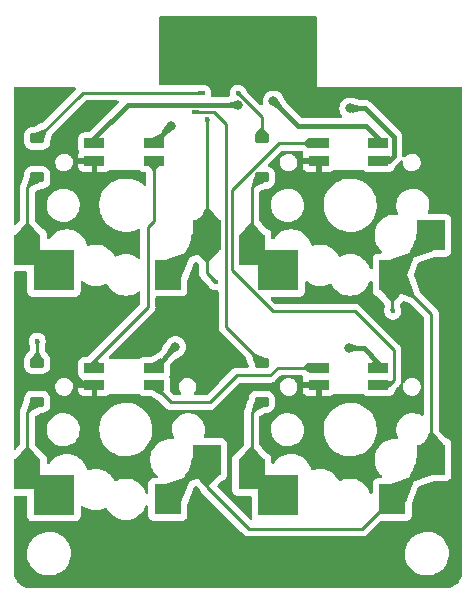
<source format=gbl>
G04 #@! TF.GenerationSoftware,KiCad,Pcbnew,7.0.8*
G04 #@! TF.CreationDate,2023-10-19T20:53:45-07:00*
G04 #@! TF.ProjectId,Seismos_4-Thumb,53656973-6d6f-4735-9f34-2d5468756d62,rev?*
G04 #@! TF.SameCoordinates,Original*
G04 #@! TF.FileFunction,Copper,L2,Bot*
G04 #@! TF.FilePolarity,Positive*
%FSLAX46Y46*%
G04 Gerber Fmt 4.6, Leading zero omitted, Abs format (unit mm)*
G04 Created by KiCad (PCBNEW 7.0.8) date 2023-10-19 20:53:45*
%MOMM*%
%LPD*%
G01*
G04 APERTURE LIST*
G04 Aperture macros list*
%AMRoundRect*
0 Rectangle with rounded corners*
0 $1 Rounding radius*
0 $2 $3 $4 $5 $6 $7 $8 $9 X,Y pos of 4 corners*
0 Add a 4 corners polygon primitive as box body*
4,1,4,$2,$3,$4,$5,$6,$7,$8,$9,$2,$3,0*
0 Add four circle primitives for the rounded corners*
1,1,$1+$1,$2,$3*
1,1,$1+$1,$4,$5*
1,1,$1+$1,$6,$7*
1,1,$1+$1,$8,$9*
0 Add four rect primitives between the rounded corners*
20,1,$1+$1,$2,$3,$4,$5,0*
20,1,$1+$1,$4,$5,$6,$7,0*
20,1,$1+$1,$6,$7,$8,$9,0*
20,1,$1+$1,$8,$9,$2,$3,0*%
G04 Aperture macros list end*
G04 #@! TA.AperFunction,SMDPad,CuDef*
%ADD10R,1.750000X0.812800*%
G04 #@! TD*
G04 #@! TA.AperFunction,SMDPad,CuDef*
%ADD11R,2.300000X2.600000*%
G04 #@! TD*
G04 #@! TA.AperFunction,SMDPad,CuDef*
%ADD12R,3.500000X3.500000*%
G04 #@! TD*
G04 #@! TA.AperFunction,SMDPad,CuDef*
%ADD13R,2.400000X2.600000*%
G04 #@! TD*
G04 #@! TA.AperFunction,SMDPad,CuDef*
%ADD14RoundRect,0.225000X-0.375000X0.225000X-0.375000X-0.225000X0.375000X-0.225000X0.375000X0.225000X0*%
G04 #@! TD*
G04 #@! TA.AperFunction,ViaPad*
%ADD15C,0.800000*%
G04 #@! TD*
G04 #@! TA.AperFunction,ViaPad*
%ADD16C,0.400000*%
G04 #@! TD*
G04 #@! TA.AperFunction,Conductor*
%ADD17C,0.254000*%
G04 #@! TD*
G04 #@! TA.AperFunction,Conductor*
%ADD18C,0.381000*%
G04 #@! TD*
G04 APERTURE END LIST*
D10*
X49378000Y-54754900D03*
D11*
X38660000Y-63800000D03*
X50560000Y-65900000D03*
D10*
X44348100Y-54754900D03*
X49378000Y-56253500D03*
X44348100Y-56253500D03*
D12*
X40910000Y-65515000D03*
D13*
X53860000Y-62540000D03*
D10*
X49378000Y-35754900D03*
D11*
X38660000Y-44800000D03*
X50560000Y-46900000D03*
D10*
X44348100Y-35754900D03*
X49378000Y-37253500D03*
X44348100Y-37253500D03*
D12*
X40910000Y-46515000D03*
D13*
X53860000Y-43540000D03*
D10*
X68378000Y-54754900D03*
D11*
X57660000Y-63800000D03*
X69560000Y-65900000D03*
D10*
X63348100Y-54754900D03*
X68378000Y-56253500D03*
X63348100Y-56253500D03*
D12*
X59910000Y-65515000D03*
D13*
X72860000Y-62540000D03*
D10*
X68378000Y-35754900D03*
D11*
X57660000Y-44800000D03*
X69560000Y-46900000D03*
D10*
X63348100Y-35754900D03*
X68378000Y-37253500D03*
X63348100Y-37253500D03*
D12*
X59910000Y-46515000D03*
D13*
X72860000Y-43540000D03*
D14*
X39500000Y-54350000D03*
X39500000Y-57650000D03*
X58500000Y-35350000D03*
X58500000Y-38650000D03*
X39500000Y-35350000D03*
X39500000Y-38650000D03*
X58500000Y-54350000D03*
X58500000Y-57650000D03*
D15*
X41800000Y-53100000D03*
X44000000Y-39200000D03*
X50700000Y-50500000D03*
X56500000Y-26400000D03*
D16*
X53500000Y-31500000D03*
X39500000Y-52500000D03*
X52800000Y-33103714D03*
X56500000Y-31500000D03*
D15*
X56486286Y-32513714D03*
D16*
X53900000Y-33710000D03*
X54600000Y-47500000D03*
X69600000Y-50000000D03*
D15*
X51200000Y-53000000D03*
X59500000Y-32200000D03*
X65900000Y-53100000D03*
X50796614Y-34336286D03*
X66000000Y-32800000D03*
D17*
X38660000Y-39490000D02*
X39500000Y-38650000D01*
X38660000Y-44800000D02*
X38660000Y-39490000D01*
X38660000Y-58490000D02*
X39500000Y-57650000D01*
X38660000Y-63800000D02*
X38660000Y-58490000D01*
X57660000Y-63800000D02*
X57660000Y-58490000D01*
X57660000Y-58490000D02*
X58500000Y-57650000D01*
X57660000Y-39490000D02*
X58500000Y-38650000D01*
X57660000Y-44800000D02*
X57660000Y-39490000D01*
X48877000Y-49623000D02*
X44348100Y-54151900D01*
X49378000Y-37253500D02*
X49378000Y-42317521D01*
X44348100Y-54151900D02*
X44348100Y-54754900D01*
X49378000Y-42317521D02*
X48877000Y-42818521D01*
X48877000Y-42818521D02*
X48877000Y-49623000D01*
D18*
X41800000Y-54580400D02*
X43473100Y-56253500D01*
X43473100Y-56253500D02*
X44348100Y-56253500D01*
X41800000Y-53100000D02*
X41800000Y-54580400D01*
X44348100Y-37253500D02*
X44348100Y-38851900D01*
X44348100Y-38851900D02*
X44000000Y-39200000D01*
D17*
X50824500Y-57700000D02*
X54100000Y-57700000D01*
X56400000Y-55400000D02*
X59200000Y-55400000D01*
X59845100Y-54754900D02*
X63348100Y-54754900D01*
X49378000Y-56253500D02*
X50824500Y-57700000D01*
X59200000Y-55400000D02*
X59845100Y-54754900D01*
X54100000Y-57700000D02*
X56400000Y-55400000D01*
X59432550Y-50000000D02*
X55954000Y-46521450D01*
X69700000Y-55806500D02*
X69700000Y-53300000D01*
X66400000Y-50000000D02*
X59432550Y-50000000D01*
X69253000Y-56253500D02*
X69700000Y-55806500D01*
X55954000Y-39746000D02*
X59945100Y-35754900D01*
X69700000Y-53300000D02*
X66400000Y-50000000D01*
X55954000Y-46521450D02*
X55954000Y-39746000D01*
X68378000Y-56253500D02*
X69253000Y-56253500D01*
X59945100Y-35754900D02*
X63348100Y-35754900D01*
X53500000Y-31500000D02*
X43350000Y-31500000D01*
X43350000Y-31500000D02*
X39500000Y-35350000D01*
X39500000Y-54350000D02*
X39500000Y-52500000D01*
X55500000Y-51350000D02*
X55500000Y-34100000D01*
X55500000Y-34100000D02*
X54503714Y-33103714D01*
X58500000Y-54350000D02*
X55500000Y-51350000D01*
X54503714Y-33103714D02*
X52800000Y-33103714D01*
X58500000Y-33500000D02*
X58500000Y-35350000D01*
X56500000Y-31500000D02*
X58500000Y-33500000D01*
D18*
X44348100Y-35348500D02*
X44348100Y-35754900D01*
X47182886Y-32513714D02*
X44348100Y-35348500D01*
X56486286Y-32513714D02*
X47182886Y-32513714D01*
D17*
X69600000Y-50000000D02*
X69560000Y-49960000D01*
X53860000Y-43540000D02*
X53860000Y-43600000D01*
X57400000Y-68400000D02*
X53860000Y-64860000D01*
X67000000Y-68400000D02*
X57400000Y-68400000D01*
X69560000Y-65900000D02*
X69560000Y-65840000D01*
X72860000Y-43540000D02*
X72860000Y-43600000D01*
X50560000Y-65900000D02*
X50560000Y-65840000D01*
X53900000Y-33710000D02*
X53900000Y-43500000D01*
X53860000Y-43540000D02*
X53860000Y-46760000D01*
X69560000Y-46900000D02*
X72860000Y-50200000D01*
X53860000Y-46760000D02*
X54600000Y-47500000D01*
X72860000Y-50200000D02*
X72860000Y-62540000D01*
X72860000Y-62540000D02*
X67000000Y-68400000D01*
X53900000Y-43500000D02*
X53860000Y-43540000D01*
X69560000Y-65840000D02*
X72860000Y-62540000D01*
X69560000Y-49960000D02*
X69560000Y-46900000D01*
X72860000Y-43600000D02*
X69560000Y-46900000D01*
X53860000Y-43600000D02*
X50560000Y-46900000D01*
X53860000Y-64860000D02*
X53860000Y-62540000D01*
X50560000Y-65840000D02*
X53860000Y-62540000D01*
D18*
X67129500Y-53100000D02*
X65900000Y-53100000D01*
X68378000Y-54348500D02*
X67129500Y-53100000D01*
X59500000Y-32200000D02*
X61600000Y-34300000D01*
X68378000Y-35348500D02*
X68378000Y-35754900D01*
X49445100Y-54754900D02*
X51200000Y-53000000D01*
X68378000Y-54754900D02*
X68378000Y-54348500D01*
X49378000Y-54754900D02*
X49445100Y-54754900D01*
X67329500Y-34300000D02*
X68378000Y-35348500D01*
X50796614Y-34336286D02*
X49378000Y-35754900D01*
X61600000Y-34300000D02*
X67329500Y-34300000D01*
X68378000Y-37253500D02*
X69253000Y-37253500D01*
X69709500Y-35252750D02*
X67256750Y-32800000D01*
X69253000Y-37253500D02*
X69709500Y-36797000D01*
X67256750Y-32800000D02*
X66000000Y-32800000D01*
X69709500Y-36797000D02*
X69709500Y-35252750D01*
G04 #@! TA.AperFunction,Conductor*
G36*
X63142539Y-25020185D02*
G01*
X63188294Y-25072989D01*
X63199500Y-25124500D01*
X63199500Y-30975467D01*
X63199416Y-30975889D01*
X63199459Y-31000001D01*
X63199500Y-31000099D01*
X63199616Y-31000382D01*
X63199618Y-31000384D01*
X63199808Y-31000462D01*
X63200000Y-31000541D01*
X63200002Y-31000539D01*
X63224616Y-31000524D01*
X63224616Y-31000528D01*
X63224760Y-31000500D01*
X65999901Y-31000500D01*
X75375500Y-31000500D01*
X75442539Y-31020185D01*
X75488294Y-31072989D01*
X75499500Y-31124500D01*
X75499500Y-71937121D01*
X75499342Y-71941547D01*
X75494687Y-72006603D01*
X75482856Y-72156385D01*
X75481631Y-72164692D01*
X75461691Y-72256354D01*
X75432960Y-72376020D01*
X75430762Y-72383219D01*
X75395594Y-72477504D01*
X75350781Y-72585691D01*
X75347915Y-72591682D01*
X75299029Y-72681211D01*
X75297476Y-72683892D01*
X75238121Y-72780752D01*
X75234889Y-72785515D01*
X75173121Y-72868029D01*
X75170633Y-72871140D01*
X75097464Y-72956814D01*
X75094158Y-72960390D01*
X75021035Y-73033516D01*
X75017459Y-73036822D01*
X74931794Y-73109990D01*
X74928683Y-73112479D01*
X74846152Y-73174265D01*
X74841389Y-73177498D01*
X74744564Y-73236836D01*
X74741882Y-73238389D01*
X74652335Y-73287290D01*
X74646344Y-73290156D01*
X74538171Y-73334969D01*
X74443871Y-73370146D01*
X74436672Y-73372344D01*
X74357168Y-73391436D01*
X74316997Y-73401082D01*
X74225384Y-73421015D01*
X74217061Y-73422243D01*
X74061300Y-73434511D01*
X74029511Y-73436787D01*
X74003033Y-73438682D01*
X73998624Y-73438840D01*
X39002217Y-73438840D01*
X38997791Y-73438682D01*
X38927771Y-73433673D01*
X38783790Y-73422379D01*
X38775449Y-73421150D01*
X38677521Y-73399847D01*
X38564251Y-73372652D01*
X38557058Y-73370456D01*
X38499058Y-73348823D01*
X38458702Y-73333770D01*
X38354636Y-73290663D01*
X38348645Y-73287796D01*
X38258165Y-73238389D01*
X38256031Y-73237223D01*
X38253359Y-73235677D01*
X38159647Y-73178247D01*
X38154885Y-73175016D01*
X38069847Y-73111355D01*
X38066735Y-73108866D01*
X37983620Y-73037875D01*
X37980045Y-73034570D01*
X37927288Y-72981813D01*
X37904770Y-72959295D01*
X37901491Y-72955746D01*
X37830479Y-72872599D01*
X37828024Y-72869530D01*
X37764339Y-72784452D01*
X37761114Y-72779697D01*
X37703669Y-72685949D01*
X37702163Y-72683349D01*
X37651572Y-72590691D01*
X37648710Y-72584711D01*
X37605610Y-72480648D01*
X37599791Y-72465046D01*
X37568923Y-72382277D01*
X37566729Y-72375089D01*
X37539534Y-72261796D01*
X37518231Y-72163853D01*
X37517008Y-72155552D01*
X37506142Y-72017438D01*
X37500658Y-71940707D01*
X37500500Y-71936285D01*
X37500500Y-70567763D01*
X38645787Y-70567763D01*
X38675413Y-70837013D01*
X38675415Y-70837024D01*
X38743926Y-71099082D01*
X38743928Y-71099088D01*
X38849870Y-71348390D01*
X38921998Y-71466575D01*
X38990979Y-71579605D01*
X38990986Y-71579615D01*
X39164253Y-71787819D01*
X39164259Y-71787824D01*
X39365998Y-71968582D01*
X39591910Y-72118044D01*
X39837176Y-72233020D01*
X39837183Y-72233022D01*
X39837185Y-72233023D01*
X40096557Y-72311057D01*
X40096564Y-72311058D01*
X40096569Y-72311060D01*
X40364561Y-72350500D01*
X40364566Y-72350500D01*
X40567636Y-72350500D01*
X40619133Y-72346730D01*
X40770156Y-72335677D01*
X40882758Y-72310593D01*
X41034546Y-72276782D01*
X41034548Y-72276781D01*
X41034553Y-72276780D01*
X41287558Y-72180014D01*
X41523777Y-72047441D01*
X41738177Y-71881888D01*
X41926186Y-71686881D01*
X42083799Y-71466579D01*
X42157787Y-71322669D01*
X42207649Y-71225690D01*
X42207651Y-71225684D01*
X42207656Y-71225675D01*
X42295118Y-70969305D01*
X42344319Y-70702933D01*
X42349259Y-70567763D01*
X70645787Y-70567763D01*
X70675413Y-70837013D01*
X70675415Y-70837024D01*
X70743926Y-71099082D01*
X70743928Y-71099088D01*
X70849870Y-71348390D01*
X70921998Y-71466575D01*
X70990979Y-71579605D01*
X70990986Y-71579615D01*
X71164253Y-71787819D01*
X71164259Y-71787824D01*
X71365998Y-71968582D01*
X71591910Y-72118044D01*
X71837176Y-72233020D01*
X71837183Y-72233022D01*
X71837185Y-72233023D01*
X72096557Y-72311057D01*
X72096564Y-72311058D01*
X72096569Y-72311060D01*
X72364561Y-72350500D01*
X72364566Y-72350500D01*
X72567636Y-72350500D01*
X72619133Y-72346730D01*
X72770156Y-72335677D01*
X72882758Y-72310593D01*
X73034546Y-72276782D01*
X73034548Y-72276781D01*
X73034553Y-72276780D01*
X73287558Y-72180014D01*
X73523777Y-72047441D01*
X73738177Y-71881888D01*
X73926186Y-71686881D01*
X74083799Y-71466579D01*
X74157787Y-71322669D01*
X74207649Y-71225690D01*
X74207651Y-71225684D01*
X74207656Y-71225675D01*
X74295118Y-70969305D01*
X74344319Y-70702933D01*
X74354212Y-70432235D01*
X74324586Y-70162982D01*
X74256072Y-69900912D01*
X74150130Y-69651610D01*
X74009018Y-69420390D01*
X73919747Y-69313119D01*
X73835746Y-69212180D01*
X73835740Y-69212175D01*
X73634002Y-69031418D01*
X73408092Y-68881957D01*
X73376062Y-68866942D01*
X73162824Y-68766980D01*
X73162819Y-68766978D01*
X73162814Y-68766976D01*
X72903442Y-68688942D01*
X72903428Y-68688939D01*
X72787791Y-68671921D01*
X72635439Y-68649500D01*
X72432369Y-68649500D01*
X72432364Y-68649500D01*
X72229844Y-68664323D01*
X72229831Y-68664325D01*
X71965453Y-68723217D01*
X71965446Y-68723220D01*
X71712439Y-68819987D01*
X71476226Y-68952557D01*
X71476224Y-68952558D01*
X71476223Y-68952559D01*
X71455106Y-68968865D01*
X71261822Y-69118112D01*
X71073822Y-69313109D01*
X71073816Y-69313116D01*
X70916202Y-69533419D01*
X70916199Y-69533424D01*
X70792350Y-69774309D01*
X70792343Y-69774327D01*
X70704884Y-70030685D01*
X70704881Y-70030699D01*
X70655681Y-70297068D01*
X70655680Y-70297075D01*
X70645787Y-70567763D01*
X42349259Y-70567763D01*
X42354212Y-70432235D01*
X42324586Y-70162982D01*
X42256072Y-69900912D01*
X42150130Y-69651610D01*
X42009018Y-69420390D01*
X41919747Y-69313119D01*
X41835746Y-69212180D01*
X41835740Y-69212175D01*
X41634002Y-69031418D01*
X41408092Y-68881957D01*
X41376062Y-68866942D01*
X41162824Y-68766980D01*
X41162819Y-68766978D01*
X41162814Y-68766976D01*
X40903442Y-68688942D01*
X40903428Y-68688939D01*
X40787791Y-68671921D01*
X40635439Y-68649500D01*
X40432369Y-68649500D01*
X40432364Y-68649500D01*
X40229844Y-68664323D01*
X40229831Y-68664325D01*
X39965453Y-68723217D01*
X39965446Y-68723220D01*
X39712439Y-68819987D01*
X39476226Y-68952557D01*
X39476224Y-68952558D01*
X39476223Y-68952559D01*
X39455106Y-68968865D01*
X39261822Y-69118112D01*
X39073822Y-69313109D01*
X39073816Y-69313116D01*
X38916202Y-69533419D01*
X38916199Y-69533424D01*
X38792350Y-69774309D01*
X38792343Y-69774327D01*
X38704884Y-70030685D01*
X38704881Y-70030699D01*
X38655681Y-70297068D01*
X38655680Y-70297075D01*
X38645787Y-70567763D01*
X37500500Y-70567763D01*
X37500500Y-65732500D01*
X37520185Y-65665461D01*
X37572989Y-65619706D01*
X37624500Y-65608500D01*
X38527500Y-65608500D01*
X38594539Y-65628185D01*
X38640294Y-65680989D01*
X38651500Y-65732500D01*
X38651500Y-67313654D01*
X38658011Y-67374202D01*
X38658011Y-67374204D01*
X38698057Y-67481567D01*
X38709111Y-67511204D01*
X38796739Y-67628261D01*
X38913796Y-67715889D01*
X39050799Y-67766989D01*
X39078050Y-67769918D01*
X39111345Y-67773499D01*
X39111362Y-67773500D01*
X42708638Y-67773500D01*
X42708654Y-67773499D01*
X42735692Y-67770591D01*
X42769201Y-67766989D01*
X42906204Y-67715889D01*
X43023261Y-67628261D01*
X43110889Y-67511204D01*
X43161989Y-67374201D01*
X43165591Y-67340692D01*
X43168499Y-67313654D01*
X43168500Y-67313637D01*
X43168500Y-66546524D01*
X43188185Y-66479485D01*
X43240989Y-66433730D01*
X43310147Y-66423786D01*
X43369810Y-66449575D01*
X43471143Y-66530386D01*
X43698357Y-66661568D01*
X43942584Y-66757420D01*
X44198370Y-66815802D01*
X44198376Y-66815802D01*
X44198379Y-66815803D01*
X44394500Y-66830500D01*
X44394506Y-66830500D01*
X44525500Y-66830500D01*
X44721620Y-66815803D01*
X44721622Y-66815802D01*
X44721630Y-66815802D01*
X44977416Y-66757420D01*
X45221643Y-66661568D01*
X45221646Y-66661566D01*
X45221647Y-66661566D01*
X45264118Y-66637045D01*
X45332018Y-66620571D01*
X45398045Y-66643423D01*
X45437839Y-66690630D01*
X45479767Y-66777695D01*
X45479768Y-66777697D01*
X45479770Y-66777700D01*
X45479772Y-66777704D01*
X45505747Y-66815802D01*
X45627567Y-66994479D01*
X45806014Y-67186801D01*
X45806018Y-67186804D01*
X45806019Y-67186805D01*
X46011143Y-67350386D01*
X46238357Y-67481568D01*
X46482584Y-67577420D01*
X46738370Y-67635802D01*
X46738376Y-67635802D01*
X46738379Y-67635803D01*
X46934500Y-67650500D01*
X46934506Y-67650500D01*
X47065500Y-67650500D01*
X47261620Y-67635803D01*
X47261622Y-67635802D01*
X47261630Y-67635802D01*
X47517416Y-67577420D01*
X47761643Y-67481568D01*
X47988857Y-67350386D01*
X48193981Y-67186805D01*
X48372433Y-66994479D01*
X48520228Y-66777704D01*
X48634063Y-66541323D01*
X48659010Y-66460446D01*
X48697579Y-66402189D01*
X48761524Y-66374032D01*
X48830541Y-66384915D01*
X48882717Y-66431383D01*
X48901500Y-66496998D01*
X48901500Y-67248654D01*
X48908011Y-67309202D01*
X48908011Y-67309204D01*
X48932255Y-67374202D01*
X48959111Y-67446204D01*
X49046739Y-67563261D01*
X49163796Y-67650889D01*
X49300799Y-67701989D01*
X49328050Y-67704918D01*
X49361345Y-67708499D01*
X49361362Y-67708500D01*
X51758638Y-67708500D01*
X51758654Y-67708499D01*
X51785692Y-67705591D01*
X51819201Y-67701989D01*
X51956204Y-67650889D01*
X52073261Y-67563261D01*
X52160889Y-67446204D01*
X52210334Y-67313638D01*
X52211988Y-67309204D01*
X52211988Y-67309203D01*
X52211989Y-67309201D01*
X52215591Y-67275692D01*
X52218499Y-67248654D01*
X52218500Y-67248637D01*
X52218500Y-66281182D01*
X52226726Y-66236770D01*
X52749758Y-64873335D01*
X52792148Y-64817794D01*
X52823444Y-64801109D01*
X52891199Y-64776662D01*
X52960938Y-64772426D01*
X53021899Y-64806567D01*
X53026694Y-64811754D01*
X53090217Y-64884517D01*
X53244751Y-65061531D01*
X53270412Y-65108478D01*
X53272131Y-65114393D01*
X53282570Y-65132044D01*
X53291128Y-65149514D01*
X53298679Y-65168585D01*
X53298682Y-65168591D01*
X53326542Y-65206936D01*
X53329749Y-65211819D01*
X53353866Y-65252598D01*
X53353870Y-65252602D01*
X53368363Y-65267095D01*
X53381001Y-65281892D01*
X53393057Y-65298487D01*
X53429576Y-65328697D01*
X53433888Y-65332620D01*
X56750767Y-68649500D01*
X56891342Y-68790075D01*
X56901267Y-68802463D01*
X56901474Y-68802292D01*
X56906445Y-68808301D01*
X56957692Y-68856426D01*
X56978907Y-68877640D01*
X56984501Y-68881979D01*
X56988949Y-68885777D01*
X57023487Y-68918211D01*
X57023490Y-68918213D01*
X57023494Y-68918217D01*
X57023497Y-68918219D01*
X57023499Y-68918220D01*
X57041462Y-68928095D01*
X57057726Y-68938778D01*
X57073933Y-68951350D01*
X57117422Y-68970169D01*
X57122665Y-68972736D01*
X57164197Y-68995569D01*
X57164201Y-68995570D01*
X57184054Y-69000667D01*
X57202469Y-69006972D01*
X57221286Y-69015115D01*
X57221288Y-69015115D01*
X57221292Y-69015117D01*
X57254358Y-69020353D01*
X57268098Y-69022530D01*
X57273817Y-69023714D01*
X57319718Y-69035500D01*
X57340226Y-69035500D01*
X57359623Y-69037026D01*
X57379877Y-69040234D01*
X57379878Y-69040235D01*
X57379878Y-69040234D01*
X57379879Y-69040235D01*
X57401987Y-69038145D01*
X57427061Y-69035775D01*
X57432899Y-69035500D01*
X66916153Y-69035500D01*
X66931932Y-69037241D01*
X66931958Y-69036974D01*
X66939711Y-69037706D01*
X66939719Y-69037708D01*
X67009985Y-69035500D01*
X67039983Y-69035500D01*
X67047013Y-69034611D01*
X67052836Y-69034153D01*
X67100205Y-69032665D01*
X67119906Y-69026940D01*
X67138951Y-69022997D01*
X67159299Y-69020427D01*
X67203393Y-69002968D01*
X67208856Y-69001098D01*
X67254393Y-68987869D01*
X67272054Y-68977423D01*
X67289512Y-68968871D01*
X67308588Y-68961319D01*
X67346928Y-68933462D01*
X67351800Y-68930261D01*
X67392598Y-68906134D01*
X67407094Y-68891637D01*
X67421892Y-68878998D01*
X67438487Y-68866942D01*
X67468707Y-68830410D01*
X67472611Y-68826119D01*
X68553913Y-67744819D01*
X68615236Y-67711334D01*
X68641594Y-67708500D01*
X70758638Y-67708500D01*
X70758654Y-67708499D01*
X70785692Y-67705591D01*
X70819201Y-67701989D01*
X70956204Y-67650889D01*
X71073261Y-67563261D01*
X71160889Y-67446204D01*
X71210334Y-67313638D01*
X71211988Y-67309204D01*
X71211988Y-67309203D01*
X71211989Y-67309201D01*
X71215591Y-67275692D01*
X71218499Y-67248654D01*
X71218500Y-67248637D01*
X71218500Y-66281182D01*
X71226726Y-66236770D01*
X71749758Y-64873335D01*
X71792148Y-64817794D01*
X71823444Y-64801109D01*
X73057476Y-64355859D01*
X73099561Y-64348500D01*
X74108638Y-64348500D01*
X74108654Y-64348499D01*
X74135692Y-64345591D01*
X74169201Y-64341989D01*
X74169207Y-64341987D01*
X74183768Y-64336555D01*
X74306204Y-64290889D01*
X74423261Y-64203261D01*
X74510889Y-64086204D01*
X74561989Y-63949201D01*
X74565591Y-63915692D01*
X74568499Y-63888654D01*
X74568500Y-63888637D01*
X74568500Y-61191362D01*
X74568499Y-61191345D01*
X74565157Y-61160270D01*
X74561989Y-61130799D01*
X74510889Y-60993796D01*
X74423261Y-60876739D01*
X74306204Y-60789111D01*
X74169203Y-60738011D01*
X74144838Y-60735391D01*
X74080287Y-60708651D01*
X74064684Y-60693651D01*
X73526088Y-60076702D01*
X73496828Y-60013254D01*
X73495500Y-59995153D01*
X73495500Y-50283851D01*
X73497242Y-50268069D01*
X73496975Y-50268044D01*
X73497707Y-50260288D01*
X73497709Y-50260281D01*
X73495500Y-50189996D01*
X73495500Y-50160017D01*
X73494610Y-50152982D01*
X73494153Y-50147164D01*
X73492665Y-50099795D01*
X73486941Y-50080093D01*
X73482997Y-50061049D01*
X73480427Y-50040701D01*
X73462973Y-49996618D01*
X73461098Y-49991142D01*
X73447869Y-49945607D01*
X73437427Y-49927951D01*
X73428869Y-49910482D01*
X73421319Y-49891412D01*
X73393448Y-49853052D01*
X73390257Y-49848192D01*
X73366138Y-49807407D01*
X73366129Y-49807397D01*
X73351639Y-49792907D01*
X73339000Y-49778110D01*
X73333817Y-49770976D01*
X73326942Y-49761513D01*
X73326939Y-49761511D01*
X73326939Y-49761510D01*
X73290416Y-49731296D01*
X73286094Y-49727362D01*
X71968670Y-48409937D01*
X71940915Y-48367539D01*
X71931551Y-48343669D01*
X71470013Y-47167096D01*
X71383001Y-46945281D01*
X71376844Y-46875683D01*
X71383001Y-46854716D01*
X71399431Y-46812832D01*
X71751417Y-45915532D01*
X71794221Y-45860315D01*
X71821969Y-45845227D01*
X73079881Y-45356905D01*
X73124755Y-45348500D01*
X74108638Y-45348500D01*
X74108654Y-45348499D01*
X74135692Y-45345591D01*
X74169201Y-45341989D01*
X74306204Y-45290889D01*
X74423261Y-45203261D01*
X74510889Y-45086204D01*
X74561989Y-44949201D01*
X74565591Y-44915692D01*
X74568499Y-44888654D01*
X74568500Y-44888637D01*
X74568500Y-42191362D01*
X74568499Y-42191345D01*
X74565157Y-42160270D01*
X74561989Y-42130799D01*
X74510889Y-41993796D01*
X74423261Y-41876739D01*
X74306204Y-41789111D01*
X74169203Y-41738011D01*
X74108654Y-41731500D01*
X74108638Y-41731500D01*
X72701014Y-41731500D01*
X72633975Y-41711815D01*
X72588220Y-41659011D01*
X72578276Y-41589853D01*
X72590291Y-41551676D01*
X72604204Y-41524079D01*
X72604207Y-41524074D01*
X72674016Y-41296123D01*
X72704298Y-41059654D01*
X72703651Y-41044432D01*
X72694180Y-40821471D01*
X72694180Y-40821467D01*
X72643954Y-40588419D01*
X72555064Y-40367211D01*
X72555064Y-40367210D01*
X72430069Y-40164205D01*
X72272564Y-39985245D01*
X72087080Y-39835477D01*
X71973130Y-39771820D01*
X71878955Y-39719210D01*
X71654170Y-39639788D01*
X71419209Y-39599500D01*
X71419200Y-39599500D01*
X71240503Y-39599500D01*
X71240498Y-39599500D01*
X71062463Y-39614652D01*
X70831751Y-39674724D01*
X70614519Y-39772919D01*
X70614511Y-39772924D01*
X70417006Y-39906413D01*
X70416997Y-39906421D01*
X70244881Y-40071379D01*
X70103123Y-40263050D01*
X70103120Y-40263054D01*
X69995796Y-40475920D01*
X69995793Y-40475926D01*
X69925983Y-40703878D01*
X69895702Y-40940346D01*
X69905819Y-41178528D01*
X69905819Y-41178532D01*
X69956046Y-41411582D01*
X69956046Y-41411583D01*
X70040876Y-41622689D01*
X70047607Y-41692233D01*
X70015671Y-41754377D01*
X69955207Y-41789390D01*
X69916552Y-41792576D01*
X69875500Y-41789500D01*
X69875494Y-41789500D01*
X69744506Y-41789500D01*
X69744500Y-41789500D01*
X69548379Y-41804196D01*
X69548374Y-41804197D01*
X69292597Y-41862576D01*
X69292578Y-41862582D01*
X69048356Y-41958432D01*
X68821143Y-42089614D01*
X68616014Y-42253198D01*
X68437567Y-42445520D01*
X68289768Y-42662302D01*
X68289767Y-42662303D01*
X68175938Y-42898673D01*
X68098606Y-43149376D01*
X68098605Y-43149381D01*
X68098604Y-43149385D01*
X68088197Y-43218432D01*
X68059500Y-43408812D01*
X68059500Y-43671187D01*
X68072411Y-43756841D01*
X68098604Y-43930615D01*
X68098605Y-43930617D01*
X68098606Y-43930623D01*
X68175938Y-44181326D01*
X68289767Y-44417696D01*
X68289768Y-44417697D01*
X68289770Y-44417700D01*
X68289772Y-44417704D01*
X68338126Y-44488626D01*
X68437567Y-44634479D01*
X68616014Y-44826801D01*
X68616018Y-44826804D01*
X68616019Y-44826805D01*
X68670878Y-44870554D01*
X68711018Y-44927741D01*
X68713868Y-44997553D01*
X68678523Y-45057823D01*
X68616204Y-45089416D01*
X68593565Y-45091500D01*
X68361345Y-45091500D01*
X68300797Y-45098011D01*
X68300795Y-45098011D01*
X68163795Y-45149111D01*
X68046739Y-45236739D01*
X67959111Y-45353795D01*
X67908011Y-45490795D01*
X67908011Y-45490797D01*
X67901500Y-45551345D01*
X67901500Y-46303001D01*
X67881815Y-46370040D01*
X67829011Y-46415795D01*
X67759853Y-46425739D01*
X67696297Y-46396714D01*
X67659009Y-46339551D01*
X67647735Y-46303001D01*
X67634063Y-46258677D01*
X67550350Y-46084845D01*
X67520232Y-46022303D01*
X67520231Y-46022302D01*
X67520230Y-46022301D01*
X67520228Y-46022296D01*
X67372433Y-45805521D01*
X67241500Y-45664408D01*
X67193985Y-45613198D01*
X67116445Y-45551362D01*
X66988857Y-45449614D01*
X66761643Y-45318432D01*
X66517416Y-45222580D01*
X66517411Y-45222578D01*
X66517402Y-45222576D01*
X66299818Y-45172914D01*
X66261630Y-45164198D01*
X66261629Y-45164197D01*
X66261625Y-45164197D01*
X66261620Y-45164196D01*
X66065500Y-45149500D01*
X66065494Y-45149500D01*
X65934506Y-45149500D01*
X65934500Y-45149500D01*
X65738379Y-45164196D01*
X65738374Y-45164197D01*
X65482597Y-45222576D01*
X65482578Y-45222582D01*
X65238363Y-45318429D01*
X65238357Y-45318432D01*
X65195877Y-45342957D01*
X65127977Y-45359427D01*
X65061951Y-45336574D01*
X65022160Y-45289369D01*
X64980232Y-45202303D01*
X64980231Y-45202302D01*
X64980230Y-45202301D01*
X64980228Y-45202296D01*
X64832433Y-44985521D01*
X64742554Y-44888654D01*
X64653985Y-44793198D01*
X64614533Y-44761736D01*
X64448857Y-44629614D01*
X64221643Y-44498432D01*
X63977416Y-44402580D01*
X63977411Y-44402578D01*
X63977402Y-44402576D01*
X63759818Y-44352914D01*
X63721630Y-44344198D01*
X63721629Y-44344197D01*
X63721625Y-44344197D01*
X63721620Y-44344196D01*
X63525500Y-44329500D01*
X63525494Y-44329500D01*
X63394506Y-44329500D01*
X63394500Y-44329500D01*
X63198379Y-44344196D01*
X63198374Y-44344197D01*
X62942585Y-44402579D01*
X62858890Y-44435426D01*
X62789293Y-44441593D01*
X62727410Y-44409155D01*
X62695098Y-44356547D01*
X62641048Y-44181323D01*
X62634063Y-44158677D01*
X62622121Y-44133880D01*
X62520232Y-43922303D01*
X62520231Y-43922302D01*
X62520230Y-43922301D01*
X62520228Y-43922296D01*
X62372433Y-43705521D01*
X62340571Y-43671182D01*
X62193985Y-43513198D01*
X62116445Y-43451362D01*
X61988857Y-43349614D01*
X61761643Y-43218432D01*
X61517416Y-43122580D01*
X61517411Y-43122578D01*
X61517402Y-43122576D01*
X61299818Y-43072914D01*
X61261630Y-43064198D01*
X61261629Y-43064197D01*
X61261625Y-43064197D01*
X61261620Y-43064196D01*
X61065500Y-43049500D01*
X61065494Y-43049500D01*
X60934506Y-43049500D01*
X60934500Y-43049500D01*
X60738379Y-43064196D01*
X60738374Y-43064197D01*
X60482597Y-43122576D01*
X60482578Y-43122582D01*
X60238356Y-43218432D01*
X60011143Y-43349614D01*
X59806014Y-43513198D01*
X59627567Y-43705520D01*
X59592578Y-43756841D01*
X59544952Y-43826694D01*
X59490925Y-43870995D01*
X59421521Y-43879054D01*
X59358779Y-43848311D01*
X59322617Y-43788527D01*
X59318500Y-43756841D01*
X59318500Y-43451362D01*
X59318499Y-43451345D01*
X59313926Y-43408818D01*
X59311989Y-43390799D01*
X59260889Y-43253796D01*
X59173261Y-43136739D01*
X59102921Y-43084083D01*
X59056206Y-43049112D01*
X59056204Y-43049111D01*
X58925207Y-43000251D01*
X58875133Y-42965621D01*
X58530895Y-42571304D01*
X58326088Y-42336702D01*
X58296828Y-42273254D01*
X58295500Y-42255153D01*
X58295500Y-40940346D01*
X59295702Y-40940346D01*
X59305819Y-41178528D01*
X59305819Y-41178532D01*
X59356045Y-41411580D01*
X59412341Y-41551676D01*
X59444936Y-41632790D01*
X59569931Y-41835795D01*
X59727436Y-42014755D01*
X59912920Y-42164523D01*
X60121046Y-42280790D01*
X60238225Y-42322192D01*
X60345829Y-42360211D01*
X60580790Y-42400499D01*
X60580798Y-42400499D01*
X60580800Y-42400500D01*
X60580801Y-42400500D01*
X60759502Y-42400500D01*
X60937536Y-42385347D01*
X60937539Y-42385346D01*
X60937541Y-42385346D01*
X61168249Y-42325275D01*
X61327707Y-42253195D01*
X61385480Y-42227080D01*
X61385481Y-42227078D01*
X61385486Y-42227077D01*
X61583003Y-42093579D01*
X61755118Y-41928621D01*
X61896879Y-41736947D01*
X62004207Y-41524074D01*
X62074016Y-41296123D01*
X62102285Y-41075373D01*
X63745723Y-41075373D01*
X63775881Y-41375160D01*
X63775882Y-41375162D01*
X63845728Y-41668252D01*
X63845733Y-41668266D01*
X63954020Y-41949427D01*
X63954024Y-41949436D01*
X64098825Y-42213665D01*
X64098829Y-42213671D01*
X64206801Y-42360211D01*
X64277554Y-42456238D01*
X64277561Y-42456245D01*
X64487019Y-42672823D01*
X64723478Y-42859553D01*
X64723480Y-42859554D01*
X64723485Y-42859558D01*
X64982730Y-43013109D01*
X65260128Y-43130736D01*
X65550729Y-43210340D01*
X65849347Y-43250500D01*
X65849351Y-43250500D01*
X66075252Y-43250500D01*
X66239164Y-43239526D01*
X66300634Y-43235412D01*
X66595903Y-43175396D01*
X66880537Y-43076560D01*
X67149459Y-42940668D01*
X67397869Y-42770144D01*
X67621333Y-42568032D01*
X67815865Y-42337939D01*
X67977993Y-42083970D01*
X68104823Y-41810658D01*
X68194093Y-41522879D01*
X68244209Y-41225770D01*
X68254277Y-40924631D01*
X68224118Y-40624838D01*
X68154269Y-40331739D01*
X68045977Y-40050566D01*
X67901175Y-39786335D01*
X67879864Y-39757412D01*
X67818939Y-39674724D01*
X67722446Y-39543762D01*
X67512980Y-39327176D01*
X67492866Y-39311292D01*
X67276521Y-39140446D01*
X67276517Y-39140443D01*
X67276515Y-39140442D01*
X67017270Y-38986891D01*
X66739872Y-38869264D01*
X66739863Y-38869261D01*
X66449272Y-38789660D01*
X66374616Y-38779620D01*
X66150653Y-38749500D01*
X65924756Y-38749500D01*
X65924748Y-38749500D01*
X65699368Y-38764587D01*
X65699359Y-38764589D01*
X65404094Y-38824604D01*
X65119464Y-38923439D01*
X65119459Y-38923441D01*
X64850546Y-39059328D01*
X64602125Y-39229860D01*
X64378665Y-39431969D01*
X64184132Y-39662064D01*
X64022006Y-39916030D01*
X64022005Y-39916032D01*
X63906842Y-40164205D01*
X63895177Y-40189342D01*
X63895176Y-40189346D01*
X63805907Y-40477118D01*
X63787133Y-40588419D01*
X63755791Y-40774230D01*
X63746249Y-41059654D01*
X63745723Y-41075373D01*
X62102285Y-41075373D01*
X62104298Y-41059654D01*
X62103651Y-41044432D01*
X62094180Y-40821471D01*
X62094180Y-40821467D01*
X62043954Y-40588419D01*
X61955064Y-40367211D01*
X61955064Y-40367210D01*
X61830069Y-40164205D01*
X61672564Y-39985245D01*
X61487080Y-39835477D01*
X61373130Y-39771820D01*
X61278955Y-39719210D01*
X61054170Y-39639788D01*
X60819209Y-39599500D01*
X60819200Y-39599500D01*
X60640503Y-39599500D01*
X60640498Y-39599500D01*
X60462463Y-39614652D01*
X60231751Y-39674724D01*
X60014519Y-39772919D01*
X60014511Y-39772924D01*
X59817006Y-39906413D01*
X59816997Y-39906421D01*
X59644881Y-40071379D01*
X59503123Y-40263050D01*
X59503120Y-40263054D01*
X59395796Y-40475920D01*
X59395793Y-40475926D01*
X59325983Y-40703878D01*
X59295702Y-40940346D01*
X58295500Y-40940346D01*
X58295500Y-39926664D01*
X58315185Y-39859625D01*
X58367299Y-39814187D01*
X58785688Y-39620021D01*
X58837887Y-39608500D01*
X58923867Y-39608500D01*
X58923872Y-39608500D01*
X59024336Y-39598236D01*
X59187101Y-39544302D01*
X59333040Y-39454285D01*
X59454285Y-39333040D01*
X59544302Y-39187101D01*
X59598236Y-39024336D01*
X59608500Y-38923872D01*
X59608500Y-38376128D01*
X59598236Y-38275664D01*
X59544302Y-38112899D01*
X59544298Y-38112893D01*
X59544297Y-38112890D01*
X59454287Y-37966963D01*
X59454284Y-37966959D01*
X59333040Y-37845715D01*
X59333036Y-37845712D01*
X59187109Y-37755702D01*
X59187103Y-37755699D01*
X59187101Y-37755698D01*
X59187098Y-37755697D01*
X59119499Y-37733297D01*
X59062054Y-37693524D01*
X59035231Y-37629008D01*
X59047546Y-37560232D01*
X59070819Y-37527913D01*
X59170599Y-37428133D01*
X60025668Y-37428133D01*
X60048962Y-37560232D01*
X60056135Y-37600911D01*
X60125623Y-37762004D01*
X60125624Y-37762006D01*
X60125626Y-37762009D01*
X60229836Y-37901986D01*
X60230390Y-37902730D01*
X60364786Y-38015502D01*
X60442488Y-38054525D01*
X60521562Y-38094238D01*
X60521563Y-38094238D01*
X60521567Y-38094240D01*
X60692279Y-38134700D01*
X60692282Y-38134700D01*
X60823701Y-38134700D01*
X60823709Y-38134700D01*
X60954255Y-38119441D01*
X61119117Y-38059437D01*
X61265696Y-37963030D01*
X61386092Y-37835418D01*
X61473812Y-37683481D01*
X61524130Y-37515410D01*
X61524824Y-37503500D01*
X61973100Y-37503500D01*
X61973100Y-37707744D01*
X61979501Y-37767272D01*
X61979503Y-37767279D01*
X62029745Y-37901986D01*
X62029749Y-37901993D01*
X62115909Y-38017087D01*
X62115912Y-38017090D01*
X62231006Y-38103250D01*
X62231013Y-38103254D01*
X62365720Y-38153496D01*
X62365727Y-38153498D01*
X62425255Y-38159899D01*
X62425272Y-38159900D01*
X63098100Y-38159900D01*
X63098100Y-37503500D01*
X61973100Y-37503500D01*
X61524824Y-37503500D01*
X61534331Y-37340265D01*
X61503865Y-37167489D01*
X61434377Y-37006396D01*
X61418803Y-36985477D01*
X61363905Y-36911736D01*
X61329610Y-36865670D01*
X61257747Y-36805370D01*
X61195214Y-36752898D01*
X61195212Y-36752897D01*
X61038433Y-36674159D01*
X60873448Y-36635057D01*
X60812756Y-36600443D01*
X60795475Y-36567353D01*
X60782574Y-36595603D01*
X60723796Y-36633377D01*
X60703266Y-36637560D01*
X60628057Y-36646350D01*
X60605743Y-36648959D01*
X60605740Y-36648960D01*
X60440884Y-36708962D01*
X60440880Y-36708964D01*
X60294306Y-36805367D01*
X60294305Y-36805368D01*
X60173910Y-36932978D01*
X60086188Y-37084918D01*
X60035870Y-37252989D01*
X60035869Y-37252994D01*
X60025668Y-37428133D01*
X59170599Y-37428133D01*
X60172014Y-36426719D01*
X60233337Y-36393234D01*
X60259695Y-36390400D01*
X60688861Y-36390400D01*
X60755900Y-36410085D01*
X60796240Y-36456639D01*
X60829585Y-36413774D01*
X60895490Y-36390573D01*
X60902045Y-36390400D01*
X61861426Y-36390400D01*
X61928465Y-36410085D01*
X61931675Y-36412219D01*
X61987306Y-36450465D01*
X62031398Y-36504665D01*
X62039187Y-36574099D01*
X62031468Y-36596187D01*
X62032846Y-36596701D01*
X61979503Y-36739720D01*
X61979501Y-36739727D01*
X61973100Y-36799255D01*
X61973100Y-37003500D01*
X63474100Y-37003500D01*
X63541139Y-37023185D01*
X63586894Y-37075989D01*
X63598100Y-37127500D01*
X63598100Y-38159900D01*
X64270928Y-38159900D01*
X64270944Y-38159899D01*
X64330472Y-38153498D01*
X64330479Y-38153496D01*
X64465186Y-38103254D01*
X64465188Y-38103252D01*
X64575555Y-38020633D01*
X64641019Y-37996216D01*
X64649866Y-37995900D01*
X67062052Y-37995900D01*
X67129091Y-38015585D01*
X67136363Y-38020633D01*
X67139737Y-38023159D01*
X67139739Y-38023161D01*
X67256796Y-38110789D01*
X67371297Y-38153496D01*
X67388463Y-38159899D01*
X67393799Y-38161889D01*
X67421050Y-38164818D01*
X67454345Y-38168399D01*
X67454362Y-38168400D01*
X69301638Y-38168400D01*
X69301654Y-38168399D01*
X69328692Y-38165491D01*
X69362201Y-38161889D01*
X69367537Y-38159899D01*
X69384703Y-38153496D01*
X69499204Y-38110789D01*
X69616261Y-38023161D01*
X69703889Y-37906104D01*
X69754989Y-37769101D01*
X69754990Y-37769090D01*
X69755879Y-37765330D01*
X69757441Y-37762528D01*
X69757701Y-37761832D01*
X69757807Y-37761871D01*
X69788875Y-37706159D01*
X69976105Y-37518929D01*
X69979995Y-37515360D01*
X70004363Y-37494857D01*
X70013226Y-37486725D01*
X70065881Y-37430580D01*
X70065888Y-37430567D01*
X70067546Y-37428362D01*
X70073285Y-37421750D01*
X70154769Y-37340265D01*
X70187528Y-37307505D01*
X70190204Y-37304986D01*
X70236552Y-37263927D01*
X70245635Y-37250766D01*
X70299916Y-37206775D01*
X70369364Y-37199113D01*
X70431930Y-37230214D01*
X70467749Y-37290204D01*
X70471477Y-37328414D01*
X70465668Y-37428133D01*
X70488962Y-37560232D01*
X70496135Y-37600911D01*
X70565623Y-37762004D01*
X70565624Y-37762006D01*
X70565626Y-37762009D01*
X70669836Y-37901986D01*
X70670390Y-37902730D01*
X70804786Y-38015502D01*
X70882488Y-38054525D01*
X70961562Y-38094238D01*
X70961563Y-38094238D01*
X70961567Y-38094240D01*
X71132279Y-38134700D01*
X71132282Y-38134700D01*
X71263701Y-38134700D01*
X71263709Y-38134700D01*
X71394255Y-38119441D01*
X71559117Y-38059437D01*
X71705696Y-37963030D01*
X71826092Y-37835418D01*
X71913812Y-37683481D01*
X71964130Y-37515410D01*
X71974331Y-37340265D01*
X71943865Y-37167489D01*
X71874377Y-37006396D01*
X71858803Y-36985477D01*
X71803905Y-36911736D01*
X71769610Y-36865670D01*
X71697747Y-36805370D01*
X71635214Y-36752898D01*
X71635212Y-36752897D01*
X71478437Y-36674161D01*
X71467391Y-36671543D01*
X71307721Y-36633700D01*
X71176291Y-36633700D01*
X71071854Y-36645907D01*
X71045743Y-36648959D01*
X71045740Y-36648960D01*
X70880884Y-36708962D01*
X70880880Y-36708964D01*
X70734306Y-36805367D01*
X70734304Y-36805369D01*
X70626469Y-36919666D01*
X70566146Y-36954920D01*
X70496339Y-36951964D01*
X70439211Y-36911736D01*
X70412901Y-36847009D01*
X70412502Y-36842056D01*
X70412348Y-36839517D01*
X70412349Y-36839515D01*
X70408613Y-36777747D01*
X70408500Y-36774004D01*
X70408500Y-35275744D01*
X70408613Y-35271999D01*
X70412349Y-35210235D01*
X70401194Y-35149365D01*
X70400630Y-35145660D01*
X70397549Y-35120287D01*
X70393173Y-35084240D01*
X70389594Y-35074805D01*
X70383568Y-35053183D01*
X70383503Y-35052830D01*
X70381751Y-35043267D01*
X70356352Y-34986833D01*
X70354924Y-34983386D01*
X70332982Y-34925527D01*
X70332980Y-34925525D01*
X70332980Y-34925523D01*
X70327245Y-34917215D01*
X70316219Y-34897663D01*
X70312085Y-34888477D01*
X70312084Y-34888476D01*
X70312084Y-34888475D01*
X70273920Y-34839762D01*
X70271711Y-34836760D01*
X70236552Y-34785823D01*
X70190230Y-34744785D01*
X70187519Y-34742234D01*
X67767255Y-32321969D01*
X67764721Y-32319277D01*
X67723677Y-32272948D01*
X67723676Y-32272947D01*
X67723675Y-32272946D01*
X67672753Y-32237797D01*
X67669738Y-32235578D01*
X67621022Y-32197414D01*
X67611830Y-32193277D01*
X67592282Y-32182252D01*
X67583976Y-32176519D01*
X67583975Y-32176518D01*
X67526114Y-32154574D01*
X67522654Y-32153141D01*
X67466235Y-32127750D01*
X67466233Y-32127749D01*
X67456307Y-32125929D01*
X67434699Y-32119906D01*
X67425260Y-32116327D01*
X67363828Y-32108867D01*
X67360128Y-32108304D01*
X67319652Y-32100887D01*
X67299266Y-32097151D01*
X67299262Y-32097150D01*
X67237498Y-32100887D01*
X67233754Y-32101000D01*
X66904662Y-32101000D01*
X66871586Y-32096507D01*
X66304262Y-31939487D01*
X66286915Y-31933265D01*
X66282294Y-31931208D01*
X66282286Y-31931205D01*
X66095487Y-31891500D01*
X65904513Y-31891500D01*
X65717714Y-31931205D01*
X65543246Y-32008883D01*
X65388745Y-32121135D01*
X65260959Y-32263057D01*
X65165473Y-32428443D01*
X65165470Y-32428450D01*
X65106459Y-32610068D01*
X65106458Y-32610072D01*
X65086496Y-32800000D01*
X65106458Y-32989928D01*
X65106459Y-32989931D01*
X65165470Y-33171549D01*
X65165473Y-33171556D01*
X65260958Y-33336942D01*
X65260960Y-33336944D01*
X65299820Y-33380103D01*
X65312359Y-33394028D01*
X65342589Y-33457019D01*
X65333964Y-33526354D01*
X65289223Y-33580020D01*
X65222570Y-33600978D01*
X65220209Y-33601000D01*
X61940897Y-33601000D01*
X61873858Y-33581315D01*
X61853216Y-33564681D01*
X60633957Y-32345421D01*
X60613745Y-32318856D01*
X60587739Y-32272946D01*
X60321437Y-31802819D01*
X60309693Y-31783124D01*
X60309686Y-31783116D01*
X60306713Y-31778952D01*
X60307081Y-31778688D01*
X60299941Y-31768539D01*
X60288545Y-31748801D01*
X60239040Y-31663056D01*
X60111253Y-31521134D01*
X59956752Y-31408882D01*
X59782288Y-31331206D01*
X59782286Y-31331205D01*
X59595487Y-31291500D01*
X59404513Y-31291500D01*
X59217714Y-31331205D01*
X59043246Y-31408883D01*
X58888745Y-31521135D01*
X58760959Y-31663057D01*
X58665473Y-31828443D01*
X58665470Y-31828450D01*
X58606844Y-32008883D01*
X58606458Y-32010072D01*
X58586496Y-32200000D01*
X58606458Y-32389928D01*
X58606459Y-32389931D01*
X58607138Y-32396390D01*
X58604272Y-32396691D01*
X58599828Y-32453870D01*
X58557613Y-32509544D01*
X58491999Y-32533557D01*
X58423819Y-32518285D01*
X58396235Y-32497502D01*
X57292377Y-31393644D01*
X57278060Y-31376478D01*
X57065346Y-31068791D01*
X57051747Y-31050854D01*
X57050230Y-31049026D01*
X57048269Y-31046662D01*
X57044962Y-31042297D01*
X57042404Y-31038592D01*
X57034215Y-31026727D01*
X56988450Y-30986182D01*
X56985927Y-30983818D01*
X56972239Y-30970257D01*
X56966355Y-30965685D01*
X56966514Y-30965479D01*
X56958184Y-30959369D01*
X56905430Y-30912633D01*
X56877726Y-30898093D01*
X56753083Y-30832675D01*
X56753082Y-30832674D01*
X56753079Y-30832673D01*
X56586028Y-30791500D01*
X56413972Y-30791500D01*
X56246920Y-30832673D01*
X56094567Y-30912634D01*
X55965789Y-31026722D01*
X55965786Y-31026725D01*
X55868045Y-31168326D01*
X55807034Y-31329198D01*
X55786296Y-31499999D01*
X55786296Y-31500000D01*
X55804291Y-31648209D01*
X55792830Y-31717132D01*
X55745926Y-31768918D01*
X55714273Y-31782662D01*
X55641448Y-31802819D01*
X55614703Y-31810221D01*
X55581627Y-31814714D01*
X54315458Y-31814714D01*
X54248419Y-31795029D01*
X54202664Y-31742225D01*
X54192362Y-31675768D01*
X54213704Y-31500000D01*
X54213704Y-31499999D01*
X54192965Y-31329198D01*
X54131954Y-31168326D01*
X54131954Y-31168325D01*
X54034215Y-31026727D01*
X54034213Y-31026725D01*
X54034210Y-31026722D01*
X53905432Y-30912634D01*
X53753079Y-30832673D01*
X53586028Y-30791500D01*
X53413972Y-30791500D01*
X53413968Y-30791500D01*
X53386643Y-30798235D01*
X53381136Y-30799592D01*
X53377435Y-30800385D01*
X53038228Y-30862292D01*
X53037170Y-30862485D01*
X53014907Y-30864500D01*
X49924500Y-30864500D01*
X49857461Y-30844815D01*
X49811706Y-30792011D01*
X49800500Y-30740500D01*
X49800500Y-25124500D01*
X49820185Y-25057461D01*
X49872989Y-25011706D01*
X49924500Y-25000500D01*
X63075500Y-25000500D01*
X63142539Y-25020185D01*
G37*
G04 #@! TD.AperFunction*
G04 #@! TA.AperFunction,Conductor*
G36*
X38594539Y-46628185D02*
G01*
X38640294Y-46680989D01*
X38651500Y-46732500D01*
X38651500Y-48313654D01*
X38658011Y-48374202D01*
X38658011Y-48374204D01*
X38698057Y-48481567D01*
X38709111Y-48511204D01*
X38796739Y-48628261D01*
X38913796Y-48715889D01*
X39050799Y-48766989D01*
X39078050Y-48769918D01*
X39111345Y-48773499D01*
X39111362Y-48773500D01*
X42708638Y-48773500D01*
X42708654Y-48773499D01*
X42735692Y-48770591D01*
X42769201Y-48766989D01*
X42906204Y-48715889D01*
X43023261Y-48628261D01*
X43110889Y-48511204D01*
X43161989Y-48374201D01*
X43167517Y-48322784D01*
X43168499Y-48313654D01*
X43168500Y-48313637D01*
X43168500Y-47546524D01*
X43188185Y-47479485D01*
X43240989Y-47433730D01*
X43310147Y-47423786D01*
X43369810Y-47449575D01*
X43471143Y-47530386D01*
X43698357Y-47661568D01*
X43942584Y-47757420D01*
X44198370Y-47815802D01*
X44198376Y-47815802D01*
X44198379Y-47815803D01*
X44394500Y-47830500D01*
X44394506Y-47830500D01*
X44525500Y-47830500D01*
X44721620Y-47815803D01*
X44721622Y-47815802D01*
X44721630Y-47815802D01*
X44977416Y-47757420D01*
X45221643Y-47661568D01*
X45221646Y-47661566D01*
X45221647Y-47661566D01*
X45264118Y-47637045D01*
X45332018Y-47620571D01*
X45398045Y-47643423D01*
X45437839Y-47690630D01*
X45479767Y-47777695D01*
X45479768Y-47777697D01*
X45479770Y-47777700D01*
X45479772Y-47777704D01*
X45563864Y-47901044D01*
X45627567Y-47994479D01*
X45806014Y-48186801D01*
X45806018Y-48186804D01*
X45806019Y-48186805D01*
X46011143Y-48350386D01*
X46238357Y-48481568D01*
X46482584Y-48577420D01*
X46738370Y-48635802D01*
X46738376Y-48635802D01*
X46738379Y-48635803D01*
X46934500Y-48650500D01*
X46934506Y-48650500D01*
X47065500Y-48650500D01*
X47261620Y-48635803D01*
X47261622Y-48635802D01*
X47261630Y-48635802D01*
X47517416Y-48577420D01*
X47761643Y-48481568D01*
X47988857Y-48350386D01*
X48040188Y-48309450D01*
X48104873Y-48283043D01*
X48173569Y-48295798D01*
X48224463Y-48343669D01*
X48241500Y-48406398D01*
X48241500Y-49308404D01*
X48221815Y-49375443D01*
X48205181Y-49396085D01*
X44050522Y-53550744D01*
X44046296Y-53554596D01*
X44017419Y-53578584D01*
X44017408Y-53578594D01*
X43969071Y-53632082D01*
X43966912Y-53634353D01*
X43958021Y-53643244D01*
X43945631Y-53653172D01*
X43945802Y-53653379D01*
X43939796Y-53658347D01*
X43920530Y-53678864D01*
X43891673Y-53709593D01*
X43885266Y-53716000D01*
X43870465Y-53730800D01*
X43870463Y-53730802D01*
X43866108Y-53736416D01*
X43862318Y-53740853D01*
X43829883Y-53775394D01*
X43829693Y-53775740D01*
X43829472Y-53775959D01*
X43825297Y-53781706D01*
X43824369Y-53781032D01*
X43780145Y-53825003D01*
X43721032Y-53840000D01*
X43424445Y-53840000D01*
X43363897Y-53846511D01*
X43363895Y-53846511D01*
X43226895Y-53897611D01*
X43109839Y-53985239D01*
X43022211Y-54102295D01*
X42971111Y-54239295D01*
X42971111Y-54239297D01*
X42964600Y-54299845D01*
X42964600Y-55209954D01*
X42971111Y-55270502D01*
X42971111Y-55270504D01*
X43022211Y-55407504D01*
X43038967Y-55429888D01*
X43044276Y-55436979D01*
X43068693Y-55502443D01*
X43053842Y-55570716D01*
X43044278Y-55585598D01*
X43029748Y-55605008D01*
X43029745Y-55605013D01*
X42979503Y-55739720D01*
X42979501Y-55739727D01*
X42973100Y-55799255D01*
X42973100Y-56003500D01*
X44474100Y-56003500D01*
X44541139Y-56023185D01*
X44586894Y-56075989D01*
X44598100Y-56127500D01*
X44598100Y-57159900D01*
X45270928Y-57159900D01*
X45270944Y-57159899D01*
X45330472Y-57153498D01*
X45330479Y-57153496D01*
X45465186Y-57103254D01*
X45465188Y-57103252D01*
X45575555Y-57020633D01*
X45641019Y-56996216D01*
X45649866Y-56995900D01*
X48062052Y-56995900D01*
X48129091Y-57015585D01*
X48136363Y-57020633D01*
X48139737Y-57023159D01*
X48139739Y-57023161D01*
X48256796Y-57110789D01*
X48371297Y-57153496D01*
X48388463Y-57159899D01*
X48393799Y-57161889D01*
X48421050Y-57164818D01*
X48454345Y-57168399D01*
X48454362Y-57168400D01*
X49052075Y-57168400D01*
X49106490Y-57180978D01*
X49674734Y-57458491D01*
X49708000Y-57482232D01*
X50315842Y-58090075D01*
X50325767Y-58102463D01*
X50325974Y-58102292D01*
X50330945Y-58108301D01*
X50382192Y-58156426D01*
X50403407Y-58177640D01*
X50409001Y-58181979D01*
X50413449Y-58185777D01*
X50447987Y-58218211D01*
X50447990Y-58218213D01*
X50447994Y-58218217D01*
X50447997Y-58218219D01*
X50447999Y-58218220D01*
X50465962Y-58228095D01*
X50482226Y-58238778D01*
X50498433Y-58251350D01*
X50541922Y-58270169D01*
X50547165Y-58272736D01*
X50588697Y-58295569D01*
X50588701Y-58295570D01*
X50608554Y-58300667D01*
X50626969Y-58306972D01*
X50645786Y-58315115D01*
X50645788Y-58315115D01*
X50645792Y-58315117D01*
X50678858Y-58320353D01*
X50692598Y-58322530D01*
X50698317Y-58323714D01*
X50744218Y-58335500D01*
X50764726Y-58335500D01*
X50784123Y-58337026D01*
X50804377Y-58340234D01*
X50804378Y-58340235D01*
X50804378Y-58340234D01*
X50804379Y-58340235D01*
X50826487Y-58338145D01*
X50851561Y-58335775D01*
X50857399Y-58335500D01*
X54016153Y-58335500D01*
X54031932Y-58337241D01*
X54031958Y-58336974D01*
X54039711Y-58337706D01*
X54039719Y-58337708D01*
X54109985Y-58335500D01*
X54139983Y-58335500D01*
X54147013Y-58334611D01*
X54152836Y-58334153D01*
X54200205Y-58332665D01*
X54219906Y-58326940D01*
X54238951Y-58322997D01*
X54259299Y-58320427D01*
X54303393Y-58302968D01*
X54308856Y-58301098D01*
X54354393Y-58287869D01*
X54372054Y-58277423D01*
X54389512Y-58268871D01*
X54408588Y-58261319D01*
X54446928Y-58233462D01*
X54451800Y-58230261D01*
X54492598Y-58206134D01*
X54507094Y-58191637D01*
X54521892Y-58178998D01*
X54538487Y-58166942D01*
X54568707Y-58130410D01*
X54572611Y-58126119D01*
X56270599Y-56428133D01*
X60025668Y-56428133D01*
X60041058Y-56515410D01*
X60056135Y-56600911D01*
X60125623Y-56762004D01*
X60125624Y-56762006D01*
X60125626Y-56762009D01*
X60198055Y-56859297D01*
X60230390Y-56902730D01*
X60364786Y-57015502D01*
X60432460Y-57049489D01*
X60521562Y-57094238D01*
X60521563Y-57094238D01*
X60521567Y-57094240D01*
X60692279Y-57134700D01*
X60692282Y-57134700D01*
X60823701Y-57134700D01*
X60823709Y-57134700D01*
X60954255Y-57119441D01*
X61119117Y-57059437D01*
X61265696Y-56963030D01*
X61386092Y-56835418D01*
X61473812Y-56683481D01*
X61524130Y-56515410D01*
X61524824Y-56503500D01*
X61973100Y-56503500D01*
X61973100Y-56707744D01*
X61979501Y-56767272D01*
X61979503Y-56767279D01*
X62029745Y-56901986D01*
X62029749Y-56901993D01*
X62115909Y-57017087D01*
X62115912Y-57017090D01*
X62231006Y-57103250D01*
X62231013Y-57103254D01*
X62365720Y-57153496D01*
X62365727Y-57153498D01*
X62425255Y-57159899D01*
X62425272Y-57159900D01*
X63098100Y-57159900D01*
X63098100Y-56503500D01*
X61973100Y-56503500D01*
X61524824Y-56503500D01*
X61534331Y-56340265D01*
X61503865Y-56167489D01*
X61434377Y-56006396D01*
X61431034Y-56001906D01*
X61330557Y-55866942D01*
X61329610Y-55865670D01*
X61284919Y-55828170D01*
X61195214Y-55752898D01*
X61195212Y-55752897D01*
X61038433Y-55674159D01*
X60873448Y-55635057D01*
X60812756Y-55600443D01*
X60795475Y-55567353D01*
X60782574Y-55595603D01*
X60723796Y-55633377D01*
X60703266Y-55637560D01*
X60628057Y-55646350D01*
X60605743Y-55648959D01*
X60605740Y-55648960D01*
X60440884Y-55708962D01*
X60440880Y-55708964D01*
X60294306Y-55805367D01*
X60294305Y-55805368D01*
X60173910Y-55932978D01*
X60086188Y-56084918D01*
X60035870Y-56252989D01*
X60035869Y-56252994D01*
X60025668Y-56428133D01*
X56270599Y-56428133D01*
X56626913Y-56071819D01*
X56688236Y-56038334D01*
X56714594Y-56035500D01*
X59116153Y-56035500D01*
X59131932Y-56037241D01*
X59131958Y-56036974D01*
X59139711Y-56037706D01*
X59139719Y-56037708D01*
X59209985Y-56035500D01*
X59239983Y-56035500D01*
X59247013Y-56034611D01*
X59252836Y-56034153D01*
X59300205Y-56032665D01*
X59319906Y-56026940D01*
X59338951Y-56022997D01*
X59359299Y-56020427D01*
X59403393Y-56002968D01*
X59408856Y-56001098D01*
X59454393Y-55987869D01*
X59472054Y-55977423D01*
X59489512Y-55968871D01*
X59508588Y-55961319D01*
X59546928Y-55933462D01*
X59551800Y-55930261D01*
X59592598Y-55906134D01*
X59607094Y-55891637D01*
X59621892Y-55878998D01*
X59638487Y-55866942D01*
X59668707Y-55830410D01*
X59672611Y-55826119D01*
X60072013Y-55426719D01*
X60133336Y-55393234D01*
X60159694Y-55390400D01*
X60688861Y-55390400D01*
X60755900Y-55410085D01*
X60796240Y-55456639D01*
X60829585Y-55413774D01*
X60895490Y-55390573D01*
X60902045Y-55390400D01*
X61861426Y-55390400D01*
X61928465Y-55410085D01*
X61931675Y-55412219D01*
X61987306Y-55450465D01*
X62031398Y-55504665D01*
X62039187Y-55574099D01*
X62031468Y-55596187D01*
X62032846Y-55596701D01*
X61979503Y-55739720D01*
X61979501Y-55739727D01*
X61973100Y-55799255D01*
X61973100Y-56003500D01*
X63474100Y-56003500D01*
X63541139Y-56023185D01*
X63586894Y-56075989D01*
X63598100Y-56127500D01*
X63598100Y-57159900D01*
X64270928Y-57159900D01*
X64270944Y-57159899D01*
X64330472Y-57153498D01*
X64330479Y-57153496D01*
X64465186Y-57103254D01*
X64465188Y-57103252D01*
X64575555Y-57020633D01*
X64641019Y-56996216D01*
X64649866Y-56995900D01*
X67062052Y-56995900D01*
X67129091Y-57015585D01*
X67136363Y-57020633D01*
X67139737Y-57023159D01*
X67139739Y-57023161D01*
X67256796Y-57110789D01*
X67371297Y-57153496D01*
X67388463Y-57159899D01*
X67393799Y-57161889D01*
X67421050Y-57164818D01*
X67454345Y-57168399D01*
X67454362Y-57168400D01*
X69301638Y-57168400D01*
X69301654Y-57168399D01*
X69328692Y-57165491D01*
X69362201Y-57161889D01*
X69367537Y-57159899D01*
X69384703Y-57153496D01*
X69499204Y-57110789D01*
X69616261Y-57023161D01*
X69703889Y-56906104D01*
X69754989Y-56769101D01*
X69761500Y-56708538D01*
X69761500Y-56708529D01*
X69761531Y-56707963D01*
X69761576Y-56707833D01*
X69761856Y-56705235D01*
X69762469Y-56705300D01*
X69784765Y-56642069D01*
X69795126Y-56629521D01*
X69878844Y-56540723D01*
X69984996Y-56428133D01*
X70465668Y-56428133D01*
X70481058Y-56515410D01*
X70496135Y-56600911D01*
X70565623Y-56762004D01*
X70565624Y-56762006D01*
X70565626Y-56762009D01*
X70638055Y-56859297D01*
X70670390Y-56902730D01*
X70804786Y-57015502D01*
X70872460Y-57049489D01*
X70961562Y-57094238D01*
X70961563Y-57094238D01*
X70961567Y-57094240D01*
X71132279Y-57134700D01*
X71132282Y-57134700D01*
X71263701Y-57134700D01*
X71263709Y-57134700D01*
X71394255Y-57119441D01*
X71559117Y-57059437D01*
X71705696Y-56963030D01*
X71826092Y-56835418D01*
X71913812Y-56683481D01*
X71964130Y-56515410D01*
X71974331Y-56340265D01*
X71943865Y-56167489D01*
X71874377Y-56006396D01*
X71871034Y-56001906D01*
X71770557Y-55866942D01*
X71769610Y-55865670D01*
X71724919Y-55828170D01*
X71635214Y-55752898D01*
X71635212Y-55752897D01*
X71478437Y-55674161D01*
X71467391Y-55671543D01*
X71307721Y-55633700D01*
X71176291Y-55633700D01*
X71071854Y-55645907D01*
X71045743Y-55648959D01*
X71045740Y-55648960D01*
X70880884Y-55708962D01*
X70880880Y-55708964D01*
X70734306Y-55805367D01*
X70734305Y-55805368D01*
X70613910Y-55932978D01*
X70548082Y-56046996D01*
X70497515Y-56095212D01*
X70476800Y-56099204D01*
X70485299Y-56108625D01*
X70496624Y-56177571D01*
X70492349Y-56197946D01*
X70475871Y-56252986D01*
X70475869Y-56252994D01*
X70465668Y-56428133D01*
X69984996Y-56428133D01*
X69996002Y-56416459D01*
X69996002Y-56416458D01*
X70030728Y-56376040D01*
X70030785Y-56376089D01*
X70039591Y-56365639D01*
X70090072Y-56315158D01*
X70102461Y-56305235D01*
X70102289Y-56305028D01*
X70108298Y-56300055D01*
X70108303Y-56300053D01*
X70156441Y-56248790D01*
X70177638Y-56227594D01*
X70181979Y-56221997D01*
X70185774Y-56217554D01*
X70204187Y-56197946D01*
X70218217Y-56183006D01*
X70228102Y-56165024D01*
X70238773Y-56148778D01*
X70251349Y-56132567D01*
X70259756Y-56113138D01*
X70304445Y-56059430D01*
X70339715Y-56048302D01*
X70323515Y-56025552D01*
X70318221Y-55965605D01*
X70322531Y-55938392D01*
X70323715Y-55932676D01*
X70324337Y-55930255D01*
X70335500Y-55886782D01*
X70335500Y-55866274D01*
X70337027Y-55846874D01*
X70340235Y-55826621D01*
X70335775Y-55779439D01*
X70335500Y-55773601D01*
X70335500Y-53383851D01*
X70337242Y-53368069D01*
X70336975Y-53368044D01*
X70337707Y-53360288D01*
X70337709Y-53360281D01*
X70335500Y-53289996D01*
X70335500Y-53260017D01*
X70334610Y-53252982D01*
X70334153Y-53247164D01*
X70332665Y-53199795D01*
X70329798Y-53189928D01*
X70326941Y-53180093D01*
X70322997Y-53161049D01*
X70320427Y-53140701D01*
X70302973Y-53096618D01*
X70301098Y-53091142D01*
X70287869Y-53045607D01*
X70277427Y-53027951D01*
X70268869Y-53010482D01*
X70261318Y-52991410D01*
X70255733Y-52983723D01*
X70233448Y-52953052D01*
X70230257Y-52948192D01*
X70206138Y-52907407D01*
X70206129Y-52907397D01*
X70191639Y-52892907D01*
X70179000Y-52878110D01*
X70166942Y-52861513D01*
X70166939Y-52861511D01*
X70166939Y-52861510D01*
X70130416Y-52831296D01*
X70126094Y-52827362D01*
X66908658Y-49609925D01*
X66898732Y-49597535D01*
X66898525Y-49597707D01*
X66893552Y-49591696D01*
X66842306Y-49543573D01*
X66821097Y-49522363D01*
X66815492Y-49518015D01*
X66811046Y-49514218D01*
X66776509Y-49481785D01*
X66776501Y-49481780D01*
X66758540Y-49471906D01*
X66742274Y-49461222D01*
X66726064Y-49448648D01*
X66682571Y-49429827D01*
X66677323Y-49427256D01*
X66635805Y-49404432D01*
X66635804Y-49404431D01*
X66635803Y-49404431D01*
X66615937Y-49399330D01*
X66597538Y-49393030D01*
X66578709Y-49384883D01*
X66578708Y-49384882D01*
X66531902Y-49377469D01*
X66526181Y-49376284D01*
X66480283Y-49364500D01*
X66480282Y-49364500D01*
X66459774Y-49364500D01*
X66440376Y-49362973D01*
X66429769Y-49361293D01*
X66420122Y-49359765D01*
X66420121Y-49359764D01*
X66372939Y-49364225D01*
X66367101Y-49364500D01*
X59747145Y-49364500D01*
X59680106Y-49344815D01*
X59659464Y-49328181D01*
X59316464Y-48985181D01*
X59282979Y-48923858D01*
X59287963Y-48854166D01*
X59329835Y-48798233D01*
X59395299Y-48773816D01*
X59404145Y-48773500D01*
X61708638Y-48773500D01*
X61708654Y-48773499D01*
X61735692Y-48770591D01*
X61769201Y-48766989D01*
X61906204Y-48715889D01*
X62023261Y-48628261D01*
X62110889Y-48511204D01*
X62161989Y-48374201D01*
X62167517Y-48322784D01*
X62168499Y-48313654D01*
X62168500Y-48313637D01*
X62168500Y-47546524D01*
X62188185Y-47479485D01*
X62240989Y-47433730D01*
X62310147Y-47423786D01*
X62369810Y-47449575D01*
X62471143Y-47530386D01*
X62698357Y-47661568D01*
X62942584Y-47757420D01*
X63198370Y-47815802D01*
X63198376Y-47815802D01*
X63198379Y-47815803D01*
X63394500Y-47830500D01*
X63394506Y-47830500D01*
X63525500Y-47830500D01*
X63721620Y-47815803D01*
X63721622Y-47815802D01*
X63721630Y-47815802D01*
X63977416Y-47757420D01*
X64221643Y-47661568D01*
X64221646Y-47661566D01*
X64221647Y-47661566D01*
X64264118Y-47637045D01*
X64332018Y-47620571D01*
X64398045Y-47643423D01*
X64437839Y-47690630D01*
X64479767Y-47777695D01*
X64479768Y-47777697D01*
X64479770Y-47777700D01*
X64479772Y-47777704D01*
X64563864Y-47901044D01*
X64627567Y-47994479D01*
X64806014Y-48186801D01*
X64806018Y-48186804D01*
X64806019Y-48186805D01*
X65011143Y-48350386D01*
X65238357Y-48481568D01*
X65482584Y-48577420D01*
X65738370Y-48635802D01*
X65738376Y-48635802D01*
X65738379Y-48635803D01*
X65934500Y-48650500D01*
X65934506Y-48650500D01*
X66065500Y-48650500D01*
X66261620Y-48635803D01*
X66261622Y-48635802D01*
X66261630Y-48635802D01*
X66517416Y-48577420D01*
X66761643Y-48481568D01*
X66988857Y-48350386D01*
X67193981Y-48186805D01*
X67217617Y-48161332D01*
X67233945Y-48143733D01*
X67372433Y-47994479D01*
X67520228Y-47777704D01*
X67634063Y-47541323D01*
X67659010Y-47460446D01*
X67697579Y-47402189D01*
X67761524Y-47374032D01*
X67830541Y-47384915D01*
X67882717Y-47431383D01*
X67901500Y-47496998D01*
X67901500Y-48248654D01*
X67908011Y-48309202D01*
X67908011Y-48309204D01*
X67932255Y-48374202D01*
X67959111Y-48446204D01*
X68046739Y-48563261D01*
X68163796Y-48650889D01*
X68163795Y-48650889D01*
X68294789Y-48699748D01*
X68344867Y-48734380D01*
X68510282Y-48923858D01*
X68890828Y-49359764D01*
X68893912Y-49363296D01*
X68923172Y-49426744D01*
X68924500Y-49444845D01*
X68924500Y-49543747D01*
X68921327Y-49571619D01*
X68920407Y-49575605D01*
X68920407Y-49575607D01*
X68888520Y-49954424D01*
X68888028Y-49965496D01*
X68888028Y-49965505D01*
X68888231Y-49972574D01*
X68887380Y-49991062D01*
X68886296Y-49999998D01*
X68886296Y-50000002D01*
X68889529Y-50026629D01*
X68889955Y-50032315D01*
X68890195Y-50040648D01*
X68890195Y-50040650D01*
X68890196Y-50040653D01*
X68891276Y-50044975D01*
X68892675Y-50052538D01*
X68907035Y-50170802D01*
X68949909Y-50283851D01*
X68968046Y-50331675D01*
X69058854Y-50463232D01*
X69065786Y-50473274D01*
X69065789Y-50473277D01*
X69194567Y-50587365D01*
X69194568Y-50587365D01*
X69194570Y-50587367D01*
X69346917Y-50667325D01*
X69346919Y-50667325D01*
X69346920Y-50667326D01*
X69513972Y-50708500D01*
X69686028Y-50708500D01*
X69853079Y-50667326D01*
X69853079Y-50667325D01*
X69853083Y-50667325D01*
X70005430Y-50587367D01*
X70134215Y-50473273D01*
X70231954Y-50331675D01*
X70292965Y-50170801D01*
X70313704Y-50000000D01*
X70313296Y-49996643D01*
X70296560Y-49858805D01*
X70292965Y-49829199D01*
X70280173Y-49795473D01*
X70273654Y-49770976D01*
X70272119Y-49761319D01*
X70235490Y-49643121D01*
X70201057Y-49532010D01*
X70195500Y-49495305D01*
X70195500Y-49444845D01*
X70215185Y-49377806D01*
X70226088Y-49363297D01*
X70407591Y-49155388D01*
X70466508Y-49117831D01*
X70536377Y-49118089D01*
X70541305Y-49119668D01*
X71031797Y-49288310D01*
X71079160Y-49317892D01*
X72188181Y-50426913D01*
X72221666Y-50488236D01*
X72224500Y-50514594D01*
X72224500Y-58700936D01*
X72204815Y-58767975D01*
X72152011Y-58813730D01*
X72082853Y-58823674D01*
X72040026Y-58809190D01*
X71878957Y-58719211D01*
X71654170Y-58639788D01*
X71419209Y-58599500D01*
X71419200Y-58599500D01*
X71240503Y-58599500D01*
X71240498Y-58599500D01*
X71062463Y-58614652D01*
X70831751Y-58674724D01*
X70614519Y-58772919D01*
X70614511Y-58772924D01*
X70417006Y-58906413D01*
X70416997Y-58906421D01*
X70244881Y-59071379D01*
X70103123Y-59263050D01*
X70103120Y-59263054D01*
X69995796Y-59475920D01*
X69995793Y-59475926D01*
X69925983Y-59703878D01*
X69895702Y-59940346D01*
X69905819Y-60178528D01*
X69905819Y-60178532D01*
X69956046Y-60411582D01*
X69956046Y-60411583D01*
X70040876Y-60622689D01*
X70047607Y-60692233D01*
X70015671Y-60754377D01*
X69955207Y-60789390D01*
X69916552Y-60792576D01*
X69875500Y-60789500D01*
X69875494Y-60789500D01*
X69744506Y-60789500D01*
X69744500Y-60789500D01*
X69548379Y-60804196D01*
X69548374Y-60804197D01*
X69292597Y-60862576D01*
X69292578Y-60862582D01*
X69048356Y-60958432D01*
X68821143Y-61089614D01*
X68616014Y-61253198D01*
X68437567Y-61445520D01*
X68289768Y-61662302D01*
X68289767Y-61662303D01*
X68175938Y-61898673D01*
X68098606Y-62149376D01*
X68098605Y-62149381D01*
X68098604Y-62149385D01*
X68088197Y-62218432D01*
X68059500Y-62408812D01*
X68059500Y-62671187D01*
X68072411Y-62756841D01*
X68098604Y-62930615D01*
X68098605Y-62930617D01*
X68098606Y-62930623D01*
X68175938Y-63181326D01*
X68289767Y-63417696D01*
X68289768Y-63417697D01*
X68289770Y-63417700D01*
X68289772Y-63417704D01*
X68338126Y-63488626D01*
X68437567Y-63634479D01*
X68616014Y-63826801D01*
X68616018Y-63826804D01*
X68616019Y-63826805D01*
X68670878Y-63870554D01*
X68711018Y-63927741D01*
X68713868Y-63997553D01*
X68678523Y-64057823D01*
X68616204Y-64089416D01*
X68593565Y-64091500D01*
X68361345Y-64091500D01*
X68300797Y-64098011D01*
X68300795Y-64098011D01*
X68163795Y-64149111D01*
X68046739Y-64236739D01*
X67959111Y-64353795D01*
X67908011Y-64490795D01*
X67908011Y-64490797D01*
X67901500Y-64551345D01*
X67901500Y-65303001D01*
X67881815Y-65370040D01*
X67829011Y-65415795D01*
X67759853Y-65425739D01*
X67696297Y-65396714D01*
X67659009Y-65339551D01*
X67634063Y-65258677D01*
X67590680Y-65168591D01*
X67520232Y-65022303D01*
X67520231Y-65022302D01*
X67520230Y-65022301D01*
X67520228Y-65022296D01*
X67372433Y-64805521D01*
X67345657Y-64776663D01*
X67193985Y-64613198D01*
X67116445Y-64551362D01*
X66988857Y-64449614D01*
X66761643Y-64318432D01*
X66517416Y-64222580D01*
X66517411Y-64222578D01*
X66517402Y-64222576D01*
X66299818Y-64172914D01*
X66261630Y-64164198D01*
X66261629Y-64164197D01*
X66261625Y-64164197D01*
X66261620Y-64164196D01*
X66065500Y-64149500D01*
X66065494Y-64149500D01*
X65934506Y-64149500D01*
X65934500Y-64149500D01*
X65738379Y-64164196D01*
X65738374Y-64164197D01*
X65482597Y-64222576D01*
X65482578Y-64222582D01*
X65238363Y-64318429D01*
X65238357Y-64318432D01*
X65195877Y-64342957D01*
X65127977Y-64359427D01*
X65061951Y-64336574D01*
X65022160Y-64289369D01*
X64980232Y-64202303D01*
X64980231Y-64202302D01*
X64980230Y-64202301D01*
X64980228Y-64202296D01*
X64832433Y-63985521D01*
X64742554Y-63888654D01*
X64653985Y-63793198D01*
X64614533Y-63761736D01*
X64448857Y-63629614D01*
X64221643Y-63498432D01*
X63977416Y-63402580D01*
X63977411Y-63402578D01*
X63977402Y-63402576D01*
X63759818Y-63352914D01*
X63721630Y-63344198D01*
X63721629Y-63344197D01*
X63721625Y-63344197D01*
X63721620Y-63344196D01*
X63525500Y-63329500D01*
X63525494Y-63329500D01*
X63394506Y-63329500D01*
X63394500Y-63329500D01*
X63198379Y-63344196D01*
X63198374Y-63344197D01*
X62942585Y-63402579D01*
X62858890Y-63435426D01*
X62789293Y-63441593D01*
X62727410Y-63409155D01*
X62695098Y-63356547D01*
X62641048Y-63181323D01*
X62634063Y-63158677D01*
X62622121Y-63133880D01*
X62520232Y-62922303D01*
X62520231Y-62922302D01*
X62520230Y-62922301D01*
X62520228Y-62922296D01*
X62372433Y-62705521D01*
X62340571Y-62671182D01*
X62193985Y-62513198D01*
X62116445Y-62451362D01*
X61988857Y-62349614D01*
X61761643Y-62218432D01*
X61517416Y-62122580D01*
X61517411Y-62122578D01*
X61517402Y-62122576D01*
X61299818Y-62072914D01*
X61261630Y-62064198D01*
X61261629Y-62064197D01*
X61261625Y-62064197D01*
X61261620Y-62064196D01*
X61065500Y-62049500D01*
X61065494Y-62049500D01*
X60934506Y-62049500D01*
X60934500Y-62049500D01*
X60738379Y-62064196D01*
X60738374Y-62064197D01*
X60482597Y-62122576D01*
X60482578Y-62122582D01*
X60238356Y-62218432D01*
X60011143Y-62349614D01*
X59806014Y-62513198D01*
X59627567Y-62705520D01*
X59592578Y-62756841D01*
X59544952Y-62826694D01*
X59490925Y-62870995D01*
X59421521Y-62879054D01*
X59358779Y-62848311D01*
X59322617Y-62788527D01*
X59318500Y-62756841D01*
X59318500Y-62451362D01*
X59318499Y-62451345D01*
X59313926Y-62408818D01*
X59311989Y-62390799D01*
X59260889Y-62253796D01*
X59173261Y-62136739D01*
X59102921Y-62084083D01*
X59056206Y-62049112D01*
X59056204Y-62049111D01*
X58925207Y-62000251D01*
X58875133Y-61965621D01*
X58530895Y-61571304D01*
X58326088Y-61336702D01*
X58296828Y-61273254D01*
X58295500Y-61255153D01*
X58295500Y-59940346D01*
X59295702Y-59940346D01*
X59305819Y-60178528D01*
X59305819Y-60178532D01*
X59356045Y-60411580D01*
X59412341Y-60551676D01*
X59444936Y-60632790D01*
X59569931Y-60835795D01*
X59727436Y-61014755D01*
X59912920Y-61164523D01*
X60121046Y-61280790D01*
X60238225Y-61322192D01*
X60345829Y-61360211D01*
X60580790Y-61400499D01*
X60580798Y-61400499D01*
X60580800Y-61400500D01*
X60580801Y-61400500D01*
X60759502Y-61400500D01*
X60937536Y-61385347D01*
X60937539Y-61385346D01*
X60937541Y-61385346D01*
X61168249Y-61325275D01*
X61327707Y-61253195D01*
X61385480Y-61227080D01*
X61385481Y-61227078D01*
X61385486Y-61227077D01*
X61583003Y-61093579D01*
X61755118Y-60928621D01*
X61896879Y-60736947D01*
X62004207Y-60524074D01*
X62074016Y-60296123D01*
X62102285Y-60075373D01*
X63745723Y-60075373D01*
X63775881Y-60375160D01*
X63775882Y-60375162D01*
X63845728Y-60668252D01*
X63845733Y-60668266D01*
X63954020Y-60949427D01*
X63954024Y-60949436D01*
X64098825Y-61213665D01*
X64098829Y-61213671D01*
X64206801Y-61360211D01*
X64277554Y-61456238D01*
X64277561Y-61456245D01*
X64487019Y-61672823D01*
X64723478Y-61859553D01*
X64723480Y-61859554D01*
X64723485Y-61859558D01*
X64982730Y-62013109D01*
X65260128Y-62130736D01*
X65550729Y-62210340D01*
X65849347Y-62250500D01*
X65849351Y-62250500D01*
X66075252Y-62250500D01*
X66239164Y-62239526D01*
X66300634Y-62235412D01*
X66595903Y-62175396D01*
X66880537Y-62076560D01*
X67149459Y-61940668D01*
X67397869Y-61770144D01*
X67621333Y-61568032D01*
X67815865Y-61337939D01*
X67977993Y-61083970D01*
X68104823Y-60810658D01*
X68194093Y-60522879D01*
X68244209Y-60225770D01*
X68254277Y-59924631D01*
X68224118Y-59624838D01*
X68154269Y-59331739D01*
X68045977Y-59050566D01*
X67901175Y-58786335D01*
X67722446Y-58543762D01*
X67512980Y-58327176D01*
X67504432Y-58320426D01*
X67276521Y-58140446D01*
X67276517Y-58140443D01*
X67276515Y-58140442D01*
X67017270Y-57986891D01*
X66739872Y-57869264D01*
X66739863Y-57869261D01*
X66449272Y-57789660D01*
X66374616Y-57779620D01*
X66150653Y-57749500D01*
X65924756Y-57749500D01*
X65924748Y-57749500D01*
X65699368Y-57764587D01*
X65699359Y-57764589D01*
X65404094Y-57824604D01*
X65119464Y-57923439D01*
X65119459Y-57923441D01*
X64850546Y-58059328D01*
X64602125Y-58229860D01*
X64378665Y-58431969D01*
X64184132Y-58662064D01*
X64022006Y-58916030D01*
X64022005Y-58916032D01*
X63906842Y-59164205D01*
X63895177Y-59189342D01*
X63895176Y-59189346D01*
X63805907Y-59477118D01*
X63787133Y-59588419D01*
X63755791Y-59774230D01*
X63746249Y-60059654D01*
X63745723Y-60075373D01*
X62102285Y-60075373D01*
X62104298Y-60059654D01*
X62094180Y-59821468D01*
X62083999Y-59774230D01*
X62043954Y-59588419D01*
X61955064Y-59367211D01*
X61955064Y-59367210D01*
X61830069Y-59164205D01*
X61672564Y-58985245D01*
X61487080Y-58835477D01*
X61366247Y-58767975D01*
X61278955Y-58719210D01*
X61054170Y-58639788D01*
X60819209Y-58599500D01*
X60819200Y-58599500D01*
X60640503Y-58599500D01*
X60640498Y-58599500D01*
X60462463Y-58614652D01*
X60231751Y-58674724D01*
X60014519Y-58772919D01*
X60014511Y-58772924D01*
X59817006Y-58906413D01*
X59816997Y-58906421D01*
X59644881Y-59071379D01*
X59503123Y-59263050D01*
X59503120Y-59263054D01*
X59395796Y-59475920D01*
X59395793Y-59475926D01*
X59325983Y-59703878D01*
X59295702Y-59940346D01*
X58295500Y-59940346D01*
X58295500Y-58926664D01*
X58315185Y-58859625D01*
X58367299Y-58814187D01*
X58785688Y-58620021D01*
X58837887Y-58608500D01*
X58923867Y-58608500D01*
X58923872Y-58608500D01*
X59024336Y-58598236D01*
X59187101Y-58544302D01*
X59333040Y-58454285D01*
X59454285Y-58333040D01*
X59544302Y-58187101D01*
X59598236Y-58024336D01*
X59608500Y-57923872D01*
X59608500Y-57376128D01*
X59598236Y-57275664D01*
X59544302Y-57112899D01*
X59544298Y-57112893D01*
X59544297Y-57112890D01*
X59454287Y-56966963D01*
X59454284Y-56966959D01*
X59333040Y-56845715D01*
X59333036Y-56845712D01*
X59187109Y-56755702D01*
X59187103Y-56755699D01*
X59187101Y-56755698D01*
X59024336Y-56701764D01*
X58923879Y-56691500D01*
X58923872Y-56691500D01*
X58076128Y-56691500D01*
X58076120Y-56691500D01*
X57975663Y-56701764D01*
X57812901Y-56755697D01*
X57812890Y-56755702D01*
X57666963Y-56845712D01*
X57666959Y-56845715D01*
X57545715Y-56966959D01*
X57545712Y-56966963D01*
X57455702Y-57112890D01*
X57455697Y-57112901D01*
X57401764Y-57275663D01*
X57391500Y-57376120D01*
X57391500Y-57491071D01*
X57384552Y-57531995D01*
X57213963Y-58019916D01*
X57184601Y-58066664D01*
X57182363Y-58068902D01*
X57178008Y-58074516D01*
X57174218Y-58078953D01*
X57141782Y-58113494D01*
X57141781Y-58113496D01*
X57131900Y-58131468D01*
X57121225Y-58147719D01*
X57108652Y-58163929D01*
X57108649Y-58163933D01*
X57089827Y-58207428D01*
X57087257Y-58212674D01*
X57064430Y-58254197D01*
X57059329Y-58274064D01*
X57053030Y-58292462D01*
X57044884Y-58311287D01*
X57044881Y-58311296D01*
X57037469Y-58358098D01*
X57036284Y-58363820D01*
X57024500Y-58409711D01*
X57024500Y-58430225D01*
X57022973Y-58449624D01*
X57019765Y-58469877D01*
X57024225Y-58517059D01*
X57024500Y-58522897D01*
X57024500Y-61255153D01*
X57004815Y-61322192D01*
X56993912Y-61336702D01*
X56444864Y-61965621D01*
X56394786Y-62000253D01*
X56263796Y-62049110D01*
X56146739Y-62136739D01*
X56059111Y-62253795D01*
X56008011Y-62390795D01*
X56008011Y-62390797D01*
X56001500Y-62451345D01*
X56001500Y-65148654D01*
X56008011Y-65209202D01*
X56008011Y-65209204D01*
X56059111Y-65346204D01*
X56146739Y-65463261D01*
X56263796Y-65550889D01*
X56400799Y-65601989D01*
X56428050Y-65604918D01*
X56461345Y-65608499D01*
X56461362Y-65608500D01*
X57527500Y-65608500D01*
X57594539Y-65628185D01*
X57640294Y-65680989D01*
X57651500Y-65732500D01*
X57651500Y-67313654D01*
X57658010Y-67374201D01*
X57687873Y-67454263D01*
X57692857Y-67523954D01*
X57659373Y-67585278D01*
X57598050Y-67618763D01*
X57528358Y-67613779D01*
X57484010Y-67585278D01*
X56179914Y-66281182D01*
X54783250Y-64884517D01*
X54749765Y-64823194D01*
X54754749Y-64753502D01*
X54777517Y-64715289D01*
X55064684Y-64386347D01*
X55123600Y-64348791D01*
X55144831Y-64344608D01*
X55169201Y-64341989D01*
X55306204Y-64290889D01*
X55423261Y-64203261D01*
X55510889Y-64086204D01*
X55561989Y-63949201D01*
X55565591Y-63915692D01*
X55568499Y-63888654D01*
X55568500Y-63888637D01*
X55568500Y-61191362D01*
X55568499Y-61191345D01*
X55565157Y-61160270D01*
X55561989Y-61130799D01*
X55510889Y-60993796D01*
X55423261Y-60876739D01*
X55306204Y-60789111D01*
X55169203Y-60738011D01*
X55108654Y-60731500D01*
X55108638Y-60731500D01*
X53701014Y-60731500D01*
X53633975Y-60711815D01*
X53588220Y-60659011D01*
X53578276Y-60589853D01*
X53590291Y-60551676D01*
X53604204Y-60524079D01*
X53604207Y-60524074D01*
X53674016Y-60296123D01*
X53704298Y-60059654D01*
X53694180Y-59821468D01*
X53683999Y-59774230D01*
X53643954Y-59588419D01*
X53555064Y-59367211D01*
X53555064Y-59367210D01*
X53430069Y-59164205D01*
X53272564Y-58985245D01*
X53087080Y-58835477D01*
X52966247Y-58767975D01*
X52878955Y-58719210D01*
X52654170Y-58639788D01*
X52419209Y-58599500D01*
X52419200Y-58599500D01*
X52240503Y-58599500D01*
X52240498Y-58599500D01*
X52062463Y-58614652D01*
X51831751Y-58674724D01*
X51614519Y-58772919D01*
X51614511Y-58772924D01*
X51417006Y-58906413D01*
X51416997Y-58906421D01*
X51244881Y-59071379D01*
X51103123Y-59263050D01*
X51103120Y-59263054D01*
X50995796Y-59475920D01*
X50995793Y-59475926D01*
X50925983Y-59703878D01*
X50895702Y-59940346D01*
X50905819Y-60178528D01*
X50905819Y-60178532D01*
X50956046Y-60411582D01*
X50956046Y-60411583D01*
X51040876Y-60622689D01*
X51047607Y-60692233D01*
X51015671Y-60754377D01*
X50955207Y-60789390D01*
X50916552Y-60792576D01*
X50875500Y-60789500D01*
X50875494Y-60789500D01*
X50744506Y-60789500D01*
X50744500Y-60789500D01*
X50548379Y-60804196D01*
X50548374Y-60804197D01*
X50292597Y-60862576D01*
X50292578Y-60862582D01*
X50048356Y-60958432D01*
X49821143Y-61089614D01*
X49616014Y-61253198D01*
X49437567Y-61445520D01*
X49289768Y-61662302D01*
X49289767Y-61662303D01*
X49175938Y-61898673D01*
X49098606Y-62149376D01*
X49098605Y-62149381D01*
X49098604Y-62149385D01*
X49088197Y-62218432D01*
X49059500Y-62408812D01*
X49059500Y-62671187D01*
X49072411Y-62756841D01*
X49098604Y-62930615D01*
X49098605Y-62930617D01*
X49098606Y-62930623D01*
X49175938Y-63181326D01*
X49289767Y-63417696D01*
X49289768Y-63417697D01*
X49289770Y-63417700D01*
X49289772Y-63417704D01*
X49338126Y-63488626D01*
X49437567Y-63634479D01*
X49616014Y-63826801D01*
X49616018Y-63826804D01*
X49616019Y-63826805D01*
X49670878Y-63870554D01*
X49711018Y-63927741D01*
X49713868Y-63997553D01*
X49678523Y-64057823D01*
X49616204Y-64089416D01*
X49593565Y-64091500D01*
X49361345Y-64091500D01*
X49300797Y-64098011D01*
X49300795Y-64098011D01*
X49163795Y-64149111D01*
X49046739Y-64236739D01*
X48959111Y-64353795D01*
X48908011Y-64490795D01*
X48908011Y-64490797D01*
X48901500Y-64551345D01*
X48901500Y-65303001D01*
X48881815Y-65370040D01*
X48829011Y-65415795D01*
X48759853Y-65425739D01*
X48696297Y-65396714D01*
X48659009Y-65339551D01*
X48634063Y-65258677D01*
X48590680Y-65168591D01*
X48520232Y-65022303D01*
X48520231Y-65022302D01*
X48520230Y-65022301D01*
X48520228Y-65022296D01*
X48372433Y-64805521D01*
X48345657Y-64776663D01*
X48193985Y-64613198D01*
X48116445Y-64551362D01*
X47988857Y-64449614D01*
X47761643Y-64318432D01*
X47517416Y-64222580D01*
X47517411Y-64222578D01*
X47517402Y-64222576D01*
X47299818Y-64172914D01*
X47261630Y-64164198D01*
X47261629Y-64164197D01*
X47261625Y-64164197D01*
X47261620Y-64164196D01*
X47065500Y-64149500D01*
X47065494Y-64149500D01*
X46934506Y-64149500D01*
X46934500Y-64149500D01*
X46738379Y-64164196D01*
X46738374Y-64164197D01*
X46482597Y-64222576D01*
X46482578Y-64222582D01*
X46238363Y-64318429D01*
X46238357Y-64318432D01*
X46195877Y-64342957D01*
X46127977Y-64359427D01*
X46061951Y-64336574D01*
X46022160Y-64289369D01*
X45980232Y-64202303D01*
X45980231Y-64202302D01*
X45980230Y-64202301D01*
X45980228Y-64202296D01*
X45832433Y-63985521D01*
X45742554Y-63888654D01*
X45653985Y-63793198D01*
X45614533Y-63761736D01*
X45448857Y-63629614D01*
X45221643Y-63498432D01*
X44977416Y-63402580D01*
X44977411Y-63402578D01*
X44977402Y-63402576D01*
X44759818Y-63352914D01*
X44721630Y-63344198D01*
X44721629Y-63344197D01*
X44721625Y-63344197D01*
X44721620Y-63344196D01*
X44525500Y-63329500D01*
X44525494Y-63329500D01*
X44394506Y-63329500D01*
X44394500Y-63329500D01*
X44198379Y-63344196D01*
X44198374Y-63344197D01*
X43942585Y-63402579D01*
X43858890Y-63435426D01*
X43789293Y-63441593D01*
X43727410Y-63409155D01*
X43695098Y-63356547D01*
X43641048Y-63181323D01*
X43634063Y-63158677D01*
X43622121Y-63133880D01*
X43520232Y-62922303D01*
X43520231Y-62922302D01*
X43520230Y-62922301D01*
X43520228Y-62922296D01*
X43372433Y-62705521D01*
X43340571Y-62671182D01*
X43193985Y-62513198D01*
X43116445Y-62451362D01*
X42988857Y-62349614D01*
X42761643Y-62218432D01*
X42517416Y-62122580D01*
X42517411Y-62122578D01*
X42517402Y-62122576D01*
X42299818Y-62072914D01*
X42261630Y-62064198D01*
X42261629Y-62064197D01*
X42261625Y-62064197D01*
X42261620Y-62064196D01*
X42065500Y-62049500D01*
X42065494Y-62049500D01*
X41934506Y-62049500D01*
X41934500Y-62049500D01*
X41738379Y-62064196D01*
X41738374Y-62064197D01*
X41482597Y-62122576D01*
X41482578Y-62122582D01*
X41238356Y-62218432D01*
X41011143Y-62349614D01*
X40806014Y-62513198D01*
X40627567Y-62705520D01*
X40592578Y-62756841D01*
X40544952Y-62826694D01*
X40490925Y-62870995D01*
X40421521Y-62879054D01*
X40358779Y-62848311D01*
X40322617Y-62788527D01*
X40318500Y-62756841D01*
X40318500Y-62451362D01*
X40318499Y-62451345D01*
X40313926Y-62408818D01*
X40311989Y-62390799D01*
X40260889Y-62253796D01*
X40173261Y-62136739D01*
X40102921Y-62084083D01*
X40056206Y-62049112D01*
X40056204Y-62049111D01*
X39925207Y-62000251D01*
X39875133Y-61965621D01*
X39530895Y-61571304D01*
X39326088Y-61336702D01*
X39296828Y-61273254D01*
X39295500Y-61255153D01*
X39295500Y-59940346D01*
X40295702Y-59940346D01*
X40305819Y-60178528D01*
X40305819Y-60178532D01*
X40356045Y-60411580D01*
X40412341Y-60551676D01*
X40444936Y-60632790D01*
X40569931Y-60835795D01*
X40727436Y-61014755D01*
X40912920Y-61164523D01*
X41121046Y-61280790D01*
X41238225Y-61322192D01*
X41345829Y-61360211D01*
X41580790Y-61400499D01*
X41580798Y-61400499D01*
X41580800Y-61400500D01*
X41580801Y-61400500D01*
X41759502Y-61400500D01*
X41937536Y-61385347D01*
X41937539Y-61385346D01*
X41937541Y-61385346D01*
X42168249Y-61325275D01*
X42327707Y-61253195D01*
X42385480Y-61227080D01*
X42385481Y-61227078D01*
X42385486Y-61227077D01*
X42583003Y-61093579D01*
X42755118Y-60928621D01*
X42896879Y-60736947D01*
X43004207Y-60524074D01*
X43074016Y-60296123D01*
X43102285Y-60075373D01*
X44745723Y-60075373D01*
X44775881Y-60375160D01*
X44775882Y-60375162D01*
X44845728Y-60668252D01*
X44845733Y-60668266D01*
X44954020Y-60949427D01*
X44954024Y-60949436D01*
X45098825Y-61213665D01*
X45098829Y-61213671D01*
X45206801Y-61360211D01*
X45277554Y-61456238D01*
X45277561Y-61456245D01*
X45487019Y-61672823D01*
X45723478Y-61859553D01*
X45723480Y-61859554D01*
X45723485Y-61859558D01*
X45982730Y-62013109D01*
X46260128Y-62130736D01*
X46550729Y-62210340D01*
X46849347Y-62250500D01*
X46849351Y-62250500D01*
X47075252Y-62250500D01*
X47239164Y-62239526D01*
X47300634Y-62235412D01*
X47595903Y-62175396D01*
X47880537Y-62076560D01*
X48149459Y-61940668D01*
X48397869Y-61770144D01*
X48621333Y-61568032D01*
X48815865Y-61337939D01*
X48977993Y-61083970D01*
X49104823Y-60810658D01*
X49194093Y-60522879D01*
X49244209Y-60225770D01*
X49254277Y-59924631D01*
X49224118Y-59624838D01*
X49154269Y-59331739D01*
X49045977Y-59050566D01*
X48901175Y-58786335D01*
X48722446Y-58543762D01*
X48512980Y-58327176D01*
X48504432Y-58320426D01*
X48276521Y-58140446D01*
X48276517Y-58140443D01*
X48276515Y-58140442D01*
X48017270Y-57986891D01*
X47739872Y-57869264D01*
X47739863Y-57869261D01*
X47449272Y-57789660D01*
X47374616Y-57779620D01*
X47150653Y-57749500D01*
X46924756Y-57749500D01*
X46924748Y-57749500D01*
X46699368Y-57764587D01*
X46699359Y-57764589D01*
X46404094Y-57824604D01*
X46119464Y-57923439D01*
X46119459Y-57923441D01*
X45850546Y-58059328D01*
X45602125Y-58229860D01*
X45378665Y-58431969D01*
X45184132Y-58662064D01*
X45022006Y-58916030D01*
X45022005Y-58916032D01*
X44906842Y-59164205D01*
X44895177Y-59189342D01*
X44895176Y-59189346D01*
X44805907Y-59477118D01*
X44787133Y-59588419D01*
X44755791Y-59774230D01*
X44746249Y-60059654D01*
X44745723Y-60075373D01*
X43102285Y-60075373D01*
X43104298Y-60059654D01*
X43094180Y-59821468D01*
X43083999Y-59774230D01*
X43043954Y-59588419D01*
X42955064Y-59367211D01*
X42955064Y-59367210D01*
X42830069Y-59164205D01*
X42672564Y-58985245D01*
X42487080Y-58835477D01*
X42366247Y-58767975D01*
X42278955Y-58719210D01*
X42054170Y-58639788D01*
X41819209Y-58599500D01*
X41819200Y-58599500D01*
X41640503Y-58599500D01*
X41640498Y-58599500D01*
X41462463Y-58614652D01*
X41231751Y-58674724D01*
X41014519Y-58772919D01*
X41014511Y-58772924D01*
X40817006Y-58906413D01*
X40816997Y-58906421D01*
X40644881Y-59071379D01*
X40503123Y-59263050D01*
X40503120Y-59263054D01*
X40395796Y-59475920D01*
X40395793Y-59475926D01*
X40325983Y-59703878D01*
X40295702Y-59940346D01*
X39295500Y-59940346D01*
X39295500Y-58926664D01*
X39315185Y-58859625D01*
X39367299Y-58814187D01*
X39785688Y-58620021D01*
X39837887Y-58608500D01*
X39923867Y-58608500D01*
X39923872Y-58608500D01*
X40024336Y-58598236D01*
X40187101Y-58544302D01*
X40333040Y-58454285D01*
X40454285Y-58333040D01*
X40544302Y-58187101D01*
X40598236Y-58024336D01*
X40608500Y-57923872D01*
X40608500Y-57376128D01*
X40598236Y-57275664D01*
X40544302Y-57112899D01*
X40544298Y-57112893D01*
X40544297Y-57112890D01*
X40454287Y-56966963D01*
X40454284Y-56966959D01*
X40333040Y-56845715D01*
X40333036Y-56845712D01*
X40187109Y-56755702D01*
X40187103Y-56755699D01*
X40187101Y-56755698D01*
X40024336Y-56701764D01*
X39923879Y-56691500D01*
X39923872Y-56691500D01*
X39076128Y-56691500D01*
X39076120Y-56691500D01*
X38975663Y-56701764D01*
X38812901Y-56755697D01*
X38812890Y-56755702D01*
X38666963Y-56845712D01*
X38666959Y-56845715D01*
X38545715Y-56966959D01*
X38545712Y-56966963D01*
X38455702Y-57112890D01*
X38455697Y-57112901D01*
X38401764Y-57275663D01*
X38391500Y-57376120D01*
X38391500Y-57491071D01*
X38384552Y-57531995D01*
X38213963Y-58019916D01*
X38184601Y-58066664D01*
X38182363Y-58068902D01*
X38178008Y-58074516D01*
X38174218Y-58078953D01*
X38141782Y-58113494D01*
X38141781Y-58113496D01*
X38131900Y-58131468D01*
X38121225Y-58147719D01*
X38108652Y-58163929D01*
X38108649Y-58163933D01*
X38089827Y-58207428D01*
X38087257Y-58212674D01*
X38064430Y-58254197D01*
X38059329Y-58274064D01*
X38053030Y-58292462D01*
X38044884Y-58311287D01*
X38044881Y-58311296D01*
X38037469Y-58358098D01*
X38036284Y-58363820D01*
X38024500Y-58409711D01*
X38024500Y-58430225D01*
X38022973Y-58449624D01*
X38019765Y-58469877D01*
X38024225Y-58517059D01*
X38024500Y-58522897D01*
X38024500Y-61255153D01*
X38004815Y-61322192D01*
X37993912Y-61336702D01*
X37717912Y-61652853D01*
X37658995Y-61690410D01*
X37589125Y-61690151D01*
X37530487Y-61652160D01*
X37501698Y-61588497D01*
X37500500Y-61571304D01*
X37500500Y-56428133D01*
X41025668Y-56428133D01*
X41041058Y-56515410D01*
X41056135Y-56600911D01*
X41125623Y-56762004D01*
X41125624Y-56762006D01*
X41125626Y-56762009D01*
X41198055Y-56859297D01*
X41230390Y-56902730D01*
X41364786Y-57015502D01*
X41432460Y-57049489D01*
X41521562Y-57094238D01*
X41521563Y-57094238D01*
X41521567Y-57094240D01*
X41692279Y-57134700D01*
X41692282Y-57134700D01*
X41823701Y-57134700D01*
X41823709Y-57134700D01*
X41954255Y-57119441D01*
X42119117Y-57059437D01*
X42265696Y-56963030D01*
X42386092Y-56835418D01*
X42473812Y-56683481D01*
X42524130Y-56515410D01*
X42524824Y-56503500D01*
X42973100Y-56503500D01*
X42973100Y-56707744D01*
X42979501Y-56767272D01*
X42979503Y-56767279D01*
X43029745Y-56901986D01*
X43029749Y-56901993D01*
X43115909Y-57017087D01*
X43115912Y-57017090D01*
X43231006Y-57103250D01*
X43231013Y-57103254D01*
X43365720Y-57153496D01*
X43365727Y-57153498D01*
X43425255Y-57159899D01*
X43425272Y-57159900D01*
X44098100Y-57159900D01*
X44098100Y-56503500D01*
X42973100Y-56503500D01*
X42524824Y-56503500D01*
X42534331Y-56340265D01*
X42503865Y-56167489D01*
X42434377Y-56006396D01*
X42431034Y-56001906D01*
X42330557Y-55866942D01*
X42329610Y-55865670D01*
X42284919Y-55828170D01*
X42195214Y-55752898D01*
X42195212Y-55752897D01*
X42038437Y-55674161D01*
X42027391Y-55671543D01*
X41867721Y-55633700D01*
X41736291Y-55633700D01*
X41631854Y-55645907D01*
X41605743Y-55648959D01*
X41605740Y-55648960D01*
X41440884Y-55708962D01*
X41440880Y-55708964D01*
X41294306Y-55805367D01*
X41294305Y-55805368D01*
X41173910Y-55932978D01*
X41086188Y-56084918D01*
X41035870Y-56252989D01*
X41035869Y-56252994D01*
X41025668Y-56428133D01*
X37500500Y-56428133D01*
X37500500Y-54623879D01*
X38391500Y-54623879D01*
X38401764Y-54724336D01*
X38455697Y-54887098D01*
X38455702Y-54887109D01*
X38545712Y-55033036D01*
X38545715Y-55033040D01*
X38666959Y-55154284D01*
X38666963Y-55154287D01*
X38812890Y-55244297D01*
X38812893Y-55244298D01*
X38812899Y-55244302D01*
X38975664Y-55298236D01*
X39076128Y-55308500D01*
X39076133Y-55308500D01*
X39923867Y-55308500D01*
X39923872Y-55308500D01*
X40024336Y-55298236D01*
X40187101Y-55244302D01*
X40333040Y-55154285D01*
X40454285Y-55033040D01*
X40544302Y-54887101D01*
X40598236Y-54724336D01*
X40608500Y-54623872D01*
X40608500Y-54076128D01*
X40598236Y-53975664D01*
X40544302Y-53812899D01*
X40544298Y-53812893D01*
X40544297Y-53812890D01*
X40454287Y-53666963D01*
X40454286Y-53666962D01*
X40454285Y-53666960D01*
X40333040Y-53545715D01*
X40333039Y-53545714D01*
X40333038Y-53545713D01*
X40330042Y-53543865D01*
X40293309Y-53509080D01*
X40267239Y-53471556D01*
X40157664Y-53313835D01*
X40135580Y-53247547D01*
X40135500Y-53243085D01*
X40135500Y-52985094D01*
X40137515Y-52962833D01*
X40140811Y-52944769D01*
X40186780Y-52692877D01*
X40192824Y-52671172D01*
X40192965Y-52670801D01*
X40197025Y-52637355D01*
X40197580Y-52633703D01*
X40204673Y-52594841D01*
X40207683Y-52572948D01*
X40207742Y-52572521D01*
X40208976Y-52559263D01*
X40208902Y-52543588D01*
X40209354Y-52535818D01*
X40209383Y-52535578D01*
X40213704Y-52500000D01*
X40192965Y-52329199D01*
X40131954Y-52168325D01*
X40034215Y-52026727D01*
X40034213Y-52026725D01*
X40034210Y-52026722D01*
X39905432Y-51912634D01*
X39753079Y-51832673D01*
X39586028Y-51791500D01*
X39413972Y-51791500D01*
X39246920Y-51832673D01*
X39094567Y-51912634D01*
X38965789Y-52026722D01*
X38965786Y-52026725D01*
X38868045Y-52168326D01*
X38807034Y-52329198D01*
X38786296Y-52499999D01*
X38786296Y-52500001D01*
X38796221Y-52581751D01*
X38796629Y-52586885D01*
X38797348Y-52605915D01*
X38802417Y-52633693D01*
X38802972Y-52637347D01*
X38807033Y-52670795D01*
X38807034Y-52670799D01*
X38807035Y-52670801D01*
X38807180Y-52671184D01*
X38813217Y-52692876D01*
X38860272Y-52950704D01*
X38862485Y-52962827D01*
X38864500Y-52985090D01*
X38864500Y-53243087D01*
X38844815Y-53310126D01*
X38842335Y-53313837D01*
X38706688Y-53509082D01*
X38669958Y-53543865D01*
X38666966Y-53545710D01*
X38666957Y-53545717D01*
X38545715Y-53666959D01*
X38545712Y-53666963D01*
X38455702Y-53812890D01*
X38455697Y-53812901D01*
X38401764Y-53975663D01*
X38391500Y-54076120D01*
X38391500Y-54623879D01*
X37500500Y-54623879D01*
X37500500Y-46732500D01*
X37520185Y-46665461D01*
X37572989Y-46619706D01*
X37624500Y-46608500D01*
X38527500Y-46608500D01*
X38594539Y-46628185D01*
G37*
G04 #@! TD.AperFunction*
G04 #@! TA.AperFunction,Conductor*
G36*
X53046999Y-45835630D02*
G01*
X53053900Y-45842917D01*
X53144103Y-45946242D01*
X53193912Y-46003296D01*
X53223172Y-46066744D01*
X53224500Y-46084845D01*
X53224500Y-46676151D01*
X53222758Y-46691927D01*
X53223026Y-46691953D01*
X53222292Y-46699718D01*
X53224500Y-46769985D01*
X53224500Y-46799983D01*
X53225387Y-46807013D01*
X53225845Y-46812832D01*
X53227334Y-46860203D01*
X53227335Y-46860207D01*
X53233057Y-46879905D01*
X53237000Y-46898946D01*
X53239571Y-46919288D01*
X53239574Y-46919303D01*
X53257016Y-46963359D01*
X53258907Y-46968883D01*
X53272130Y-47014391D01*
X53282570Y-47032044D01*
X53291128Y-47049514D01*
X53298679Y-47068585D01*
X53298682Y-47068591D01*
X53326542Y-47106936D01*
X53329749Y-47111819D01*
X53353866Y-47152598D01*
X53353870Y-47152602D01*
X53368364Y-47167096D01*
X53380996Y-47181885D01*
X53393058Y-47198487D01*
X53429575Y-47228696D01*
X53433886Y-47232618D01*
X53731652Y-47530385D01*
X53807620Y-47606353D01*
X53821937Y-47623519D01*
X54034654Y-47931209D01*
X54048257Y-47949152D01*
X54051731Y-47953339D01*
X54055035Y-47957701D01*
X54065782Y-47973269D01*
X54065785Y-47973273D01*
X54089722Y-47994479D01*
X54111517Y-48013788D01*
X54114041Y-48016153D01*
X54127742Y-48029727D01*
X54133629Y-48034302D01*
X54133468Y-48034508D01*
X54141803Y-48040619D01*
X54194567Y-48087365D01*
X54194568Y-48087365D01*
X54194570Y-48087367D01*
X54346917Y-48167325D01*
X54346919Y-48167325D01*
X54346920Y-48167326D01*
X54513972Y-48208500D01*
X54686027Y-48208500D01*
X54686028Y-48208500D01*
X54710824Y-48202388D01*
X54780624Y-48205455D01*
X54837687Y-48245773D01*
X54863894Y-48310542D01*
X54864500Y-48322784D01*
X54864500Y-51266151D01*
X54862758Y-51281927D01*
X54863026Y-51281953D01*
X54862292Y-51289718D01*
X54864500Y-51359985D01*
X54864500Y-51389983D01*
X54865387Y-51397013D01*
X54865845Y-51402832D01*
X54867334Y-51450203D01*
X54867335Y-51450207D01*
X54873057Y-51469905D01*
X54877000Y-51488946D01*
X54879571Y-51509288D01*
X54879574Y-51509303D01*
X54897016Y-51553359D01*
X54898907Y-51558883D01*
X54912130Y-51604391D01*
X54922570Y-51622044D01*
X54931128Y-51639514D01*
X54938679Y-51658585D01*
X54938682Y-51658591D01*
X54966542Y-51696936D01*
X54969749Y-51701819D01*
X54993866Y-51742598D01*
X54993870Y-51742602D01*
X55008363Y-51757095D01*
X55021001Y-51771892D01*
X55033057Y-51788487D01*
X55069576Y-51818697D01*
X55073888Y-51822620D01*
X56129378Y-52878110D01*
X57184593Y-53933325D01*
X57213964Y-53980082D01*
X57384552Y-54468002D01*
X57391500Y-54508926D01*
X57391500Y-54623884D01*
X57391911Y-54627899D01*
X57379141Y-54696592D01*
X57331260Y-54747476D01*
X57268553Y-54764500D01*
X56483847Y-54764500D01*
X56468067Y-54762758D01*
X56468042Y-54763026D01*
X56460281Y-54762292D01*
X56390015Y-54764500D01*
X56360013Y-54764500D01*
X56352973Y-54765388D01*
X56347160Y-54765845D01*
X56299800Y-54767334D01*
X56299794Y-54767335D01*
X56280093Y-54773058D01*
X56261054Y-54777000D01*
X56240711Y-54779571D01*
X56240703Y-54779572D01*
X56240701Y-54779573D01*
X56240699Y-54779573D01*
X56240693Y-54779575D01*
X56196645Y-54797014D01*
X56191122Y-54798905D01*
X56145609Y-54812130D01*
X56145607Y-54812130D01*
X56145607Y-54812131D01*
X56127948Y-54822573D01*
X56110483Y-54831129D01*
X56091415Y-54838678D01*
X56091411Y-54838681D01*
X56053072Y-54866534D01*
X56048192Y-54869740D01*
X56007400Y-54893865D01*
X55992898Y-54908368D01*
X55978108Y-54921000D01*
X55961515Y-54933055D01*
X55961512Y-54933058D01*
X55931301Y-54969576D01*
X55927368Y-54973897D01*
X54888281Y-56012986D01*
X53873086Y-57028181D01*
X53811763Y-57061666D01*
X53785405Y-57064500D01*
X52897429Y-57064500D01*
X52830390Y-57044815D01*
X52784635Y-56992011D01*
X52774691Y-56922853D01*
X52803716Y-56859297D01*
X52807235Y-56855405D01*
X52816380Y-56845712D01*
X52826092Y-56835418D01*
X52913812Y-56683481D01*
X52964130Y-56515410D01*
X52974331Y-56340265D01*
X52943865Y-56167489D01*
X52874377Y-56006396D01*
X52871034Y-56001906D01*
X52770557Y-55866942D01*
X52769610Y-55865670D01*
X52724919Y-55828170D01*
X52635214Y-55752898D01*
X52635212Y-55752897D01*
X52478437Y-55674161D01*
X52467391Y-55671543D01*
X52307721Y-55633700D01*
X52176291Y-55633700D01*
X52071854Y-55645907D01*
X52045743Y-55648959D01*
X52045740Y-55648960D01*
X51880884Y-55708962D01*
X51880880Y-55708964D01*
X51734306Y-55805367D01*
X51734305Y-55805368D01*
X51613910Y-55932978D01*
X51526188Y-56084918D01*
X51475870Y-56252989D01*
X51475869Y-56252994D01*
X51465668Y-56428133D01*
X51481058Y-56515410D01*
X51496135Y-56600911D01*
X51565623Y-56762004D01*
X51565624Y-56762006D01*
X51565626Y-56762009D01*
X51643382Y-56866452D01*
X51667626Y-56931981D01*
X51652594Y-57000214D01*
X51603058Y-57049489D01*
X51543919Y-57064500D01*
X51139094Y-57064500D01*
X51072055Y-57044815D01*
X51051413Y-57028181D01*
X50797819Y-56774586D01*
X50764334Y-56713263D01*
X50761500Y-56686905D01*
X50761500Y-56683455D01*
X50761501Y-56683409D01*
X50761521Y-56682949D01*
X50761519Y-56682929D01*
X50761500Y-56681154D01*
X50761500Y-55798462D01*
X50761499Y-55798445D01*
X50758157Y-55767370D01*
X50754989Y-55737899D01*
X50744196Y-55708963D01*
X50717565Y-55637562D01*
X50703889Y-55600896D01*
X50687131Y-55578510D01*
X50662714Y-55513048D01*
X50677565Y-55444775D01*
X50687132Y-55429888D01*
X50703889Y-55407504D01*
X50754989Y-55270501D01*
X50758591Y-55236992D01*
X50761499Y-55209954D01*
X50761500Y-55209937D01*
X50761500Y-54566574D01*
X50764195Y-54540864D01*
X50765925Y-54532700D01*
X50765926Y-54532694D01*
X50768888Y-54487875D01*
X50770641Y-54461345D01*
X50794703Y-54395753D01*
X50806684Y-54381850D01*
X51054581Y-54133952D01*
X51081137Y-54113747D01*
X51597180Y-53821437D01*
X51616875Y-53809693D01*
X51616878Y-53809689D01*
X51619139Y-53808342D01*
X51625672Y-53804954D01*
X51656752Y-53791118D01*
X51811253Y-53678866D01*
X51939040Y-53536944D01*
X52034527Y-53371556D01*
X52093542Y-53189928D01*
X52113504Y-53000000D01*
X52093542Y-52810072D01*
X52034527Y-52628444D01*
X51939040Y-52463056D01*
X51811253Y-52321134D01*
X51656752Y-52208882D01*
X51482288Y-52131206D01*
X51482286Y-52131205D01*
X51295487Y-52091500D01*
X51104513Y-52091500D01*
X50917714Y-52131205D01*
X50743246Y-52208883D01*
X50588745Y-52321135D01*
X50460958Y-52463057D01*
X50460956Y-52463060D01*
X50387384Y-52590490D01*
X50382739Y-52597415D01*
X50378566Y-52602812D01*
X50378565Y-52602814D01*
X50378564Y-52602816D01*
X50327549Y-52692877D01*
X50086249Y-53118860D01*
X50066037Y-53145425D01*
X49722522Y-53488940D01*
X49693646Y-53510429D01*
X49269834Y-53738718D01*
X49132119Y-53812899D01*
X49109338Y-53825170D01*
X49050533Y-53840000D01*
X48454345Y-53840000D01*
X48393797Y-53846511D01*
X48393795Y-53846511D01*
X48256795Y-53897611D01*
X48223735Y-53922360D01*
X48142238Y-53983367D01*
X48076777Y-54007784D01*
X48067930Y-54008100D01*
X45689993Y-54008100D01*
X45622954Y-53988415D01*
X45577199Y-53935611D01*
X45567255Y-53866453D01*
X45596280Y-53802897D01*
X45602312Y-53796419D01*
X47372009Y-52026722D01*
X49267075Y-50131656D01*
X49279458Y-50121738D01*
X49279286Y-50121530D01*
X49285292Y-50116559D01*
X49285303Y-50116553D01*
X49333426Y-50065306D01*
X49354639Y-50044094D01*
X49358993Y-50038479D01*
X49362768Y-50034058D01*
X49395217Y-49999506D01*
X49405094Y-49981537D01*
X49415779Y-49965272D01*
X49428350Y-49949067D01*
X49447183Y-49905543D01*
X49449732Y-49900341D01*
X49472569Y-49858803D01*
X49477670Y-49838930D01*
X49483969Y-49820534D01*
X49492117Y-49801708D01*
X49498483Y-49761510D01*
X49499530Y-49754902D01*
X49500715Y-49749178D01*
X49501137Y-49747531D01*
X49512500Y-49703282D01*
X49512500Y-49682774D01*
X49514027Y-49663374D01*
X49517235Y-49643121D01*
X49512775Y-49595939D01*
X49512500Y-49590101D01*
X49512500Y-48832500D01*
X49532185Y-48765461D01*
X49584989Y-48719706D01*
X49636500Y-48708500D01*
X51758638Y-48708500D01*
X51758654Y-48708499D01*
X51785692Y-48705591D01*
X51819201Y-48701989D01*
X51956204Y-48650889D01*
X52073261Y-48563261D01*
X52160889Y-48446204D01*
X52210334Y-48313638D01*
X52211988Y-48309204D01*
X52211988Y-48309203D01*
X52211989Y-48309201D01*
X52215591Y-48275692D01*
X52218499Y-48248654D01*
X52218500Y-48248637D01*
X52218500Y-47297522D01*
X52227064Y-47252240D01*
X52234757Y-47232629D01*
X52751415Y-45915536D01*
X52794221Y-45860317D01*
X52821977Y-45845225D01*
X52915617Y-45808874D01*
X52985236Y-45802963D01*
X53046999Y-45835630D01*
G37*
G04 #@! TD.AperFunction*
G04 #@! TA.AperFunction,Conductor*
G36*
X42718443Y-31020185D02*
G01*
X42764198Y-31072989D01*
X42774142Y-31142147D01*
X42745117Y-31205703D01*
X42739085Y-31212181D01*
X39895960Y-34055305D01*
X39860478Y-34080102D01*
X39214308Y-34379978D01*
X39162109Y-34391500D01*
X39076120Y-34391500D01*
X38975663Y-34401764D01*
X38812901Y-34455697D01*
X38812890Y-34455702D01*
X38666963Y-34545712D01*
X38666959Y-34545715D01*
X38545715Y-34666959D01*
X38545712Y-34666963D01*
X38455702Y-34812890D01*
X38455697Y-34812901D01*
X38401764Y-34975663D01*
X38391500Y-35076120D01*
X38391500Y-35623879D01*
X38401764Y-35724336D01*
X38455697Y-35887098D01*
X38455702Y-35887109D01*
X38545712Y-36033036D01*
X38545715Y-36033040D01*
X38666959Y-36154284D01*
X38666963Y-36154287D01*
X38812890Y-36244297D01*
X38812893Y-36244298D01*
X38812899Y-36244302D01*
X38975664Y-36298236D01*
X39076128Y-36308500D01*
X39076133Y-36308500D01*
X39923867Y-36308500D01*
X39923872Y-36308500D01*
X40024336Y-36298236D01*
X40187101Y-36244302D01*
X40333040Y-36154285D01*
X40454285Y-36033040D01*
X40544302Y-35887101D01*
X40598236Y-35724336D01*
X40608500Y-35623872D01*
X40608500Y-35508923D01*
X40615448Y-35467999D01*
X40638315Y-35402595D01*
X40786036Y-34980078D01*
X40815403Y-34933327D01*
X43576913Y-32171819D01*
X43638236Y-32138334D01*
X43664594Y-32135500D01*
X46273202Y-32135500D01*
X46340241Y-32155185D01*
X46385996Y-32207989D01*
X46395940Y-32277147D01*
X46366915Y-32340703D01*
X46360884Y-32347179D01*
X45131076Y-33576987D01*
X43904382Y-34803681D01*
X43843059Y-34837166D01*
X43816701Y-34840000D01*
X43424445Y-34840000D01*
X43363897Y-34846511D01*
X43363895Y-34846511D01*
X43226895Y-34897611D01*
X43109839Y-34985239D01*
X43022211Y-35102295D01*
X42971111Y-35239295D01*
X42971111Y-35239297D01*
X42964600Y-35299845D01*
X42964600Y-36209954D01*
X42971111Y-36270502D01*
X42971111Y-36270504D01*
X43022211Y-36407504D01*
X43038967Y-36429888D01*
X43044276Y-36436979D01*
X43068693Y-36502443D01*
X43053842Y-36570716D01*
X43044278Y-36585598D01*
X43029748Y-36605008D01*
X43029745Y-36605013D01*
X42979503Y-36739720D01*
X42979501Y-36739727D01*
X42973100Y-36799255D01*
X42973100Y-37003500D01*
X44474100Y-37003500D01*
X44541139Y-37023185D01*
X44586894Y-37075989D01*
X44598100Y-37127500D01*
X44598100Y-38159900D01*
X45270928Y-38159900D01*
X45270944Y-38159899D01*
X45330472Y-38153498D01*
X45330479Y-38153496D01*
X45465186Y-38103254D01*
X45465188Y-38103252D01*
X45575555Y-38020633D01*
X45641019Y-37996216D01*
X45649866Y-37995900D01*
X48062052Y-37995900D01*
X48129091Y-38015585D01*
X48136363Y-38020633D01*
X48139737Y-38023159D01*
X48139739Y-38023161D01*
X48256796Y-38110789D01*
X48371297Y-38153496D01*
X48388463Y-38159899D01*
X48393799Y-38161889D01*
X48421050Y-38164818D01*
X48454345Y-38168399D01*
X48454362Y-38168400D01*
X48618500Y-38168400D01*
X48685539Y-38188085D01*
X48731294Y-38240889D01*
X48742500Y-38292400D01*
X48742500Y-39257914D01*
X48722815Y-39324953D01*
X48670011Y-39370708D01*
X48600853Y-39380652D01*
X48537297Y-39351627D01*
X48529368Y-39344120D01*
X48512981Y-39327177D01*
X48276521Y-39140446D01*
X48276517Y-39140443D01*
X48276515Y-39140442D01*
X48017270Y-38986891D01*
X47739872Y-38869264D01*
X47739863Y-38869261D01*
X47449272Y-38789660D01*
X47374616Y-38779620D01*
X47150653Y-38749500D01*
X46924756Y-38749500D01*
X46924748Y-38749500D01*
X46699368Y-38764587D01*
X46699359Y-38764589D01*
X46404094Y-38824604D01*
X46119464Y-38923439D01*
X46119459Y-38923441D01*
X45850546Y-39059328D01*
X45602125Y-39229860D01*
X45378665Y-39431969D01*
X45184132Y-39662064D01*
X45022006Y-39916030D01*
X45022005Y-39916032D01*
X44906842Y-40164205D01*
X44895177Y-40189342D01*
X44895176Y-40189346D01*
X44805907Y-40477118D01*
X44787133Y-40588419D01*
X44755791Y-40774230D01*
X44746249Y-41059654D01*
X44745723Y-41075373D01*
X44775881Y-41375160D01*
X44775882Y-41375162D01*
X44845728Y-41668252D01*
X44845733Y-41668266D01*
X44954020Y-41949427D01*
X44954024Y-41949436D01*
X45098825Y-42213665D01*
X45098829Y-42213671D01*
X45206801Y-42360211D01*
X45277554Y-42456238D01*
X45277561Y-42456245D01*
X45487019Y-42672823D01*
X45723478Y-42859553D01*
X45723480Y-42859554D01*
X45723485Y-42859558D01*
X45982730Y-43013109D01*
X46260128Y-43130736D01*
X46550729Y-43210340D01*
X46849347Y-43250500D01*
X46849351Y-43250500D01*
X47075252Y-43250500D01*
X47239164Y-43239526D01*
X47300634Y-43235412D01*
X47595903Y-43175396D01*
X47880537Y-43076560D01*
X48031544Y-43000253D01*
X48061575Y-42985078D01*
X48130287Y-42972411D01*
X48194939Y-42998904D01*
X48235005Y-43056144D01*
X48241500Y-43095750D01*
X48241500Y-45393601D01*
X48221815Y-45460640D01*
X48169011Y-45506395D01*
X48099853Y-45516339D01*
X48040188Y-45490549D01*
X47988856Y-45449613D01*
X47761643Y-45318432D01*
X47687592Y-45289369D01*
X47517416Y-45222580D01*
X47517411Y-45222578D01*
X47517402Y-45222576D01*
X47299818Y-45172914D01*
X47261630Y-45164198D01*
X47261629Y-45164197D01*
X47261625Y-45164197D01*
X47261620Y-45164196D01*
X47065500Y-45149500D01*
X47065494Y-45149500D01*
X46934506Y-45149500D01*
X46934500Y-45149500D01*
X46738379Y-45164196D01*
X46738374Y-45164197D01*
X46482597Y-45222576D01*
X46482578Y-45222582D01*
X46238363Y-45318429D01*
X46238357Y-45318432D01*
X46195877Y-45342957D01*
X46127977Y-45359427D01*
X46061951Y-45336574D01*
X46022160Y-45289369D01*
X45980232Y-45202303D01*
X45980231Y-45202302D01*
X45980230Y-45202301D01*
X45980228Y-45202296D01*
X45832433Y-44985521D01*
X45742554Y-44888654D01*
X45653985Y-44793198D01*
X45614533Y-44761736D01*
X45448857Y-44629614D01*
X45221643Y-44498432D01*
X44977416Y-44402580D01*
X44977411Y-44402578D01*
X44977402Y-44402576D01*
X44759818Y-44352914D01*
X44721630Y-44344198D01*
X44721629Y-44344197D01*
X44721625Y-44344197D01*
X44721620Y-44344196D01*
X44525500Y-44329500D01*
X44525494Y-44329500D01*
X44394506Y-44329500D01*
X44394500Y-44329500D01*
X44198379Y-44344196D01*
X44198374Y-44344197D01*
X43942585Y-44402579D01*
X43858890Y-44435426D01*
X43789293Y-44441593D01*
X43727410Y-44409155D01*
X43695098Y-44356547D01*
X43641048Y-44181323D01*
X43634063Y-44158677D01*
X43622121Y-44133880D01*
X43520232Y-43922303D01*
X43520231Y-43922302D01*
X43520230Y-43922301D01*
X43520228Y-43922296D01*
X43372433Y-43705521D01*
X43340571Y-43671182D01*
X43193985Y-43513198D01*
X43116445Y-43451362D01*
X42988857Y-43349614D01*
X42761643Y-43218432D01*
X42517416Y-43122580D01*
X42517411Y-43122578D01*
X42517402Y-43122576D01*
X42299818Y-43072914D01*
X42261630Y-43064198D01*
X42261629Y-43064197D01*
X42261625Y-43064197D01*
X42261620Y-43064196D01*
X42065500Y-43049500D01*
X42065494Y-43049500D01*
X41934506Y-43049500D01*
X41934500Y-43049500D01*
X41738379Y-43064196D01*
X41738374Y-43064197D01*
X41482597Y-43122576D01*
X41482578Y-43122582D01*
X41238356Y-43218432D01*
X41011143Y-43349614D01*
X40806014Y-43513198D01*
X40627567Y-43705520D01*
X40592578Y-43756841D01*
X40544952Y-43826694D01*
X40490925Y-43870995D01*
X40421521Y-43879054D01*
X40358779Y-43848311D01*
X40322617Y-43788527D01*
X40318500Y-43756841D01*
X40318500Y-43451362D01*
X40318499Y-43451345D01*
X40313926Y-43408818D01*
X40311989Y-43390799D01*
X40260889Y-43253796D01*
X40173261Y-43136739D01*
X40102921Y-43084083D01*
X40056206Y-43049112D01*
X40056204Y-43049111D01*
X39925207Y-43000251D01*
X39875133Y-42965621D01*
X39530895Y-42571304D01*
X39326088Y-42336702D01*
X39296828Y-42273254D01*
X39295500Y-42255153D01*
X39295500Y-40940346D01*
X40295702Y-40940346D01*
X40305819Y-41178528D01*
X40305819Y-41178532D01*
X40356045Y-41411580D01*
X40412341Y-41551676D01*
X40444936Y-41632790D01*
X40569931Y-41835795D01*
X40727436Y-42014755D01*
X40912920Y-42164523D01*
X41121046Y-42280790D01*
X41238225Y-42322192D01*
X41345829Y-42360211D01*
X41580790Y-42400499D01*
X41580798Y-42400499D01*
X41580800Y-42400500D01*
X41580801Y-42400500D01*
X41759502Y-42400500D01*
X41937536Y-42385347D01*
X41937539Y-42385346D01*
X41937541Y-42385346D01*
X42168249Y-42325275D01*
X42327707Y-42253195D01*
X42385480Y-42227080D01*
X42385481Y-42227078D01*
X42385486Y-42227077D01*
X42583003Y-42093579D01*
X42755118Y-41928621D01*
X42896879Y-41736947D01*
X43004207Y-41524074D01*
X43074016Y-41296123D01*
X43104298Y-41059654D01*
X43103651Y-41044432D01*
X43094180Y-40821471D01*
X43094180Y-40821467D01*
X43043954Y-40588419D01*
X42955064Y-40367211D01*
X42955064Y-40367210D01*
X42830069Y-40164205D01*
X42672564Y-39985245D01*
X42487080Y-39835477D01*
X42373130Y-39771820D01*
X42278955Y-39719210D01*
X42054170Y-39639788D01*
X41819209Y-39599500D01*
X41819200Y-39599500D01*
X41640503Y-39599500D01*
X41640498Y-39599500D01*
X41462463Y-39614652D01*
X41231751Y-39674724D01*
X41014519Y-39772919D01*
X41014511Y-39772924D01*
X40817006Y-39906413D01*
X40816997Y-39906421D01*
X40644881Y-40071379D01*
X40503123Y-40263050D01*
X40503120Y-40263054D01*
X40395796Y-40475920D01*
X40395793Y-40475926D01*
X40325983Y-40703878D01*
X40295702Y-40940346D01*
X39295500Y-40940346D01*
X39295500Y-39926664D01*
X39315185Y-39859625D01*
X39367299Y-39814187D01*
X39785688Y-39620021D01*
X39837887Y-39608500D01*
X39923867Y-39608500D01*
X39923872Y-39608500D01*
X40024336Y-39598236D01*
X40187101Y-39544302D01*
X40333040Y-39454285D01*
X40454285Y-39333040D01*
X40544302Y-39187101D01*
X40598236Y-39024336D01*
X40608500Y-38923872D01*
X40608500Y-38376128D01*
X40598236Y-38275664D01*
X40544302Y-38112899D01*
X40544298Y-38112893D01*
X40544297Y-38112890D01*
X40454287Y-37966963D01*
X40454284Y-37966959D01*
X40333040Y-37845715D01*
X40333036Y-37845712D01*
X40187109Y-37755702D01*
X40187103Y-37755699D01*
X40187101Y-37755698D01*
X40024336Y-37701764D01*
X39923879Y-37691500D01*
X39923872Y-37691500D01*
X39076128Y-37691500D01*
X39076120Y-37691500D01*
X38975663Y-37701764D01*
X38812901Y-37755697D01*
X38812890Y-37755702D01*
X38666963Y-37845712D01*
X38666959Y-37845715D01*
X38545715Y-37966959D01*
X38545712Y-37966963D01*
X38455702Y-38112890D01*
X38455697Y-38112901D01*
X38401764Y-38275663D01*
X38391500Y-38376120D01*
X38391500Y-38491071D01*
X38384552Y-38531995D01*
X38213963Y-39019916D01*
X38184601Y-39066664D01*
X38182363Y-39068902D01*
X38178008Y-39074516D01*
X38174218Y-39078953D01*
X38141782Y-39113494D01*
X38141781Y-39113496D01*
X38131900Y-39131468D01*
X38121225Y-39147719D01*
X38108652Y-39163929D01*
X38108649Y-39163933D01*
X38089827Y-39207428D01*
X38087257Y-39212674D01*
X38064430Y-39254197D01*
X38059329Y-39274064D01*
X38053030Y-39292462D01*
X38044884Y-39311287D01*
X38044881Y-39311296D01*
X38037469Y-39358098D01*
X38036284Y-39363820D01*
X38024500Y-39409711D01*
X38024500Y-39430225D01*
X38022973Y-39449624D01*
X38019765Y-39469877D01*
X38024225Y-39517059D01*
X38024500Y-39522897D01*
X38024500Y-42255153D01*
X38004815Y-42322192D01*
X37993912Y-42336702D01*
X37717912Y-42652853D01*
X37658995Y-42690410D01*
X37589125Y-42690151D01*
X37530487Y-42652160D01*
X37501698Y-42588497D01*
X37500500Y-42571304D01*
X37500500Y-37428133D01*
X41025668Y-37428133D01*
X41048962Y-37560232D01*
X41056135Y-37600911D01*
X41125623Y-37762004D01*
X41125624Y-37762006D01*
X41125626Y-37762009D01*
X41229836Y-37901986D01*
X41230390Y-37902730D01*
X41364786Y-38015502D01*
X41442488Y-38054525D01*
X41521562Y-38094238D01*
X41521563Y-38094238D01*
X41521567Y-38094240D01*
X41692279Y-38134700D01*
X41692282Y-38134700D01*
X41823701Y-38134700D01*
X41823709Y-38134700D01*
X41954255Y-38119441D01*
X42119117Y-38059437D01*
X42265696Y-37963030D01*
X42386092Y-37835418D01*
X42473812Y-37683481D01*
X42524130Y-37515410D01*
X42524824Y-37503500D01*
X42973100Y-37503500D01*
X42973100Y-37707744D01*
X42979501Y-37767272D01*
X42979503Y-37767279D01*
X43029745Y-37901986D01*
X43029749Y-37901993D01*
X43115909Y-38017087D01*
X43115912Y-38017090D01*
X43231006Y-38103250D01*
X43231013Y-38103254D01*
X43365720Y-38153496D01*
X43365727Y-38153498D01*
X43425255Y-38159899D01*
X43425272Y-38159900D01*
X44098100Y-38159900D01*
X44098100Y-37503500D01*
X42973100Y-37503500D01*
X42524824Y-37503500D01*
X42534331Y-37340265D01*
X42503865Y-37167489D01*
X42434377Y-37006396D01*
X42418803Y-36985477D01*
X42363905Y-36911736D01*
X42329610Y-36865670D01*
X42257747Y-36805370D01*
X42195214Y-36752898D01*
X42195212Y-36752897D01*
X42038437Y-36674161D01*
X42027391Y-36671543D01*
X41867721Y-36633700D01*
X41736291Y-36633700D01*
X41631854Y-36645907D01*
X41605743Y-36648959D01*
X41605740Y-36648960D01*
X41440884Y-36708962D01*
X41440880Y-36708964D01*
X41294306Y-36805367D01*
X41294305Y-36805368D01*
X41173910Y-36932978D01*
X41086188Y-37084918D01*
X41035870Y-37252989D01*
X41035869Y-37252994D01*
X41025668Y-37428133D01*
X37500500Y-37428133D01*
X37500500Y-31124500D01*
X37520185Y-31057461D01*
X37572989Y-31011706D01*
X37624500Y-31000500D01*
X42651404Y-31000500D01*
X42718443Y-31020185D01*
G37*
G04 #@! TD.AperFunction*
G04 #@! TA.AperFunction,Conductor*
G36*
X57789955Y-61503427D02*
G01*
X57790496Y-61504005D01*
X58653694Y-62492777D01*
X58656553Y-62501264D01*
X58654156Y-62507602D01*
X57669276Y-63788931D01*
X57661518Y-63793402D01*
X57652870Y-63791077D01*
X57650724Y-63788931D01*
X56665843Y-62507602D01*
X56663518Y-62498954D01*
X56666304Y-62492778D01*
X57529504Y-61504005D01*
X57537526Y-61500027D01*
X57538318Y-61500000D01*
X57781682Y-61500000D01*
X57789955Y-61503427D01*
G37*
G04 #@! TD.AperFunction*
G04 #@! TA.AperFunction,Conductor*
G36*
X39629154Y-53453427D02*
G01*
X39630490Y-53455024D01*
X39944329Y-53906756D01*
X39946235Y-53915506D01*
X39942862Y-53921834D01*
X39508142Y-54343109D01*
X39499816Y-54346406D01*
X39491858Y-54343109D01*
X39057137Y-53921834D01*
X39053580Y-53913616D01*
X39055669Y-53906757D01*
X39369510Y-53455024D01*
X39377045Y-53450185D01*
X39379119Y-53450000D01*
X39620881Y-53450000D01*
X39629154Y-53453427D01*
G37*
G04 #@! TD.AperFunction*
G04 #@! TA.AperFunction,Conductor*
G36*
X49386263Y-37260783D02*
G01*
X49386283Y-37260803D01*
X49777535Y-37653018D01*
X49780952Y-37661295D01*
X49778893Y-37667909D01*
X49508487Y-38061228D01*
X49500976Y-38066104D01*
X49498846Y-38066300D01*
X49257154Y-38066300D01*
X49248881Y-38062873D01*
X49247513Y-38061228D01*
X48977106Y-37667909D01*
X48975243Y-37659151D01*
X48978462Y-37653020D01*
X49369717Y-37260802D01*
X49377986Y-37257366D01*
X49386263Y-37260783D01*
G37*
G04 #@! TD.AperFunction*
G04 #@! TA.AperFunction,Conductor*
G36*
X54086043Y-33709930D02*
G01*
X54094298Y-33713398D01*
X54097684Y-33721689D01*
X54097494Y-33723731D01*
X54028752Y-34100401D01*
X54023895Y-34107924D01*
X54017242Y-34110000D01*
X53782758Y-34110000D01*
X53774485Y-34106573D01*
X53771248Y-34100401D01*
X53702505Y-33723728D01*
X53704391Y-33714977D01*
X53711914Y-33710120D01*
X53713953Y-33709930D01*
X53900000Y-33709000D01*
X54086043Y-33709930D01*
G37*
G04 #@! TD.AperFunction*
G04 #@! TA.AperFunction,Conductor*
G36*
X44414921Y-53922041D02*
G01*
X44415350Y-53922449D01*
X44586253Y-54093352D01*
X44833233Y-54339381D01*
X44836676Y-54347647D01*
X44833265Y-54355927D01*
X44832408Y-54356706D01*
X44356445Y-54748161D01*
X44347879Y-54750770D01*
X44339977Y-54746557D01*
X44339972Y-54746551D01*
X44020158Y-54356287D01*
X44017566Y-54347717D01*
X44020526Y-54341030D01*
X44398397Y-53922877D01*
X44406486Y-53919037D01*
X44414921Y-53922041D01*
G37*
G04 #@! TD.AperFunction*
G04 #@! TA.AperFunction,Conductor*
G36*
X40171733Y-34510224D02*
G01*
X40340360Y-34678851D01*
X40343787Y-34687124D01*
X40343131Y-34690985D01*
X40102916Y-35378053D01*
X40096951Y-35384732D01*
X40091178Y-35385871D01*
X39506620Y-35351142D01*
X39498565Y-35347231D01*
X39496498Y-35343923D01*
X39317870Y-34910354D01*
X39317887Y-34901400D01*
X39323762Y-34895285D01*
X40158537Y-34507883D01*
X40167482Y-34507510D01*
X40171733Y-34510224D01*
G37*
G04 #@! TD.AperFunction*
G04 #@! TA.AperFunction,Conductor*
G36*
X58493380Y-57648857D02*
G01*
X58501434Y-57652768D01*
X58503503Y-57656079D01*
X58682129Y-58089644D01*
X58682112Y-58098599D01*
X58676236Y-58104714D01*
X57841464Y-58492115D01*
X57832517Y-58492489D01*
X57828266Y-58489775D01*
X57659639Y-58321148D01*
X57656212Y-58312875D01*
X57656867Y-58309017D01*
X57897083Y-57621945D01*
X57903048Y-57615267D01*
X57908820Y-57614128D01*
X58493380Y-57648857D01*
G37*
G04 #@! TD.AperFunction*
G04 #@! TA.AperFunction,Conductor*
G36*
X49388386Y-56257950D02*
G01*
X50242408Y-56654976D01*
X50248466Y-56661572D01*
X50248094Y-56670500D01*
X50162443Y-56855577D01*
X50160098Y-56858936D01*
X49987869Y-57031165D01*
X49979596Y-57034592D01*
X49974462Y-57033405D01*
X49219527Y-56664717D01*
X49213596Y-56658007D01*
X49213841Y-56649751D01*
X49372635Y-56264104D01*
X49378954Y-56257760D01*
X49387909Y-56257741D01*
X49388386Y-56257950D01*
G37*
G04 #@! TD.AperFunction*
G04 #@! TA.AperFunction,Conductor*
G36*
X69567130Y-46908922D02*
G01*
X69569276Y-46911068D01*
X70554156Y-48192397D01*
X70556481Y-48201045D01*
X70553694Y-48207222D01*
X69690496Y-49195995D01*
X69682474Y-49199973D01*
X69681682Y-49200000D01*
X69438318Y-49200000D01*
X69430045Y-49196573D01*
X69429504Y-49195995D01*
X68566305Y-48207222D01*
X68563446Y-48198735D01*
X68565842Y-48192399D01*
X69550724Y-46911067D01*
X69558482Y-46906597D01*
X69567130Y-46908922D01*
G37*
G04 #@! TD.AperFunction*
G04 #@! TA.AperFunction,Conductor*
G36*
X38789955Y-61503427D02*
G01*
X38790496Y-61504005D01*
X39653694Y-62492777D01*
X39656553Y-62501264D01*
X39654156Y-62507602D01*
X38669276Y-63788931D01*
X38661518Y-63793402D01*
X38652870Y-63791077D01*
X38650724Y-63788931D01*
X37665843Y-62507602D01*
X37663518Y-62498954D01*
X37666304Y-62492778D01*
X38529504Y-61504005D01*
X38537526Y-61500027D01*
X38538318Y-61500000D01*
X38781682Y-61500000D01*
X38789955Y-61503427D01*
G37*
G04 #@! TD.AperFunction*
G04 #@! TA.AperFunction,Conductor*
G36*
X49943426Y-34932790D02*
G01*
X50204404Y-35193768D01*
X50207323Y-35198630D01*
X50250033Y-35338768D01*
X50249167Y-35347681D01*
X50243773Y-35352789D01*
X49388386Y-35750449D01*
X49379440Y-35750829D01*
X49372844Y-35744771D01*
X49372635Y-35744294D01*
X49213553Y-35357947D01*
X49213572Y-35348992D01*
X49218499Y-35343372D01*
X49929283Y-34930942D01*
X49938157Y-34929755D01*
X49943426Y-34932790D01*
G37*
G04 #@! TD.AperFunction*
G04 #@! TA.AperFunction,Conductor*
G36*
X52329211Y-63896036D02*
G01*
X52332615Y-63898402D01*
X52501537Y-64067324D01*
X52504964Y-64075597D01*
X52504188Y-64079788D01*
X51713594Y-66140698D01*
X51707431Y-66147194D01*
X51700192Y-66147942D01*
X50567595Y-65902506D01*
X50560235Y-65897404D01*
X50558433Y-65892257D01*
X50427954Y-64608994D01*
X50430526Y-64600418D01*
X50435511Y-64596848D01*
X52320266Y-63895709D01*
X52329211Y-63896036D01*
G37*
G04 #@! TD.AperFunction*
G04 #@! TA.AperFunction,Conductor*
G36*
X53867130Y-43548922D02*
G01*
X53869276Y-43551068D01*
X54854156Y-44832397D01*
X54856481Y-44841045D01*
X54853694Y-44847222D01*
X53990496Y-45835995D01*
X53982474Y-45839973D01*
X53981682Y-45840000D01*
X53738318Y-45840000D01*
X53730045Y-45836573D01*
X53729504Y-45835995D01*
X52866305Y-44847222D01*
X52863446Y-44838735D01*
X52865842Y-44832399D01*
X53850724Y-43551067D01*
X53858482Y-43546597D01*
X53867130Y-43548922D01*
G37*
G04 #@! TD.AperFunction*
G04 #@! TA.AperFunction,Conductor*
G36*
X56332153Y-32148011D02*
G01*
X56337185Y-32153689D01*
X56485409Y-32509212D01*
X56485430Y-32518166D01*
X56485409Y-32518216D01*
X56337185Y-32873738D01*
X56330838Y-32880056D01*
X56323265Y-32880512D01*
X55694865Y-32706588D01*
X55687806Y-32701079D01*
X55686286Y-32695312D01*
X55686286Y-32332115D01*
X55689713Y-32323842D01*
X55694863Y-32320840D01*
X56323265Y-32146915D01*
X56332153Y-32148011D01*
G37*
G04 #@! TD.AperFunction*
G04 #@! TA.AperFunction,Conductor*
G36*
X68233608Y-53934654D02*
G01*
X68642994Y-54341721D01*
X68646444Y-54349985D01*
X68644482Y-54356503D01*
X68385204Y-54745850D01*
X68377766Y-54750837D01*
X68368981Y-54749103D01*
X68368963Y-54749091D01*
X67782969Y-54357266D01*
X67777996Y-54349819D01*
X67779746Y-54341037D01*
X67782047Y-54338499D01*
X67955928Y-54195836D01*
X68217086Y-53934677D01*
X68225358Y-53931251D01*
X68233608Y-53934654D01*
G37*
G04 #@! TD.AperFunction*
G04 #@! TA.AperFunction,Conductor*
G36*
X70709006Y-46639529D02*
G01*
X70713679Y-46645166D01*
X71323598Y-48200000D01*
X71504112Y-48660173D01*
X71503943Y-48669127D01*
X71501493Y-48672719D01*
X71332470Y-48841742D01*
X71324197Y-48845169D01*
X71320393Y-48844533D01*
X71312275Y-48841742D01*
X70804928Y-48667304D01*
X69454433Y-48202972D01*
X69447723Y-48197042D01*
X69446581Y-48190894D01*
X69558552Y-46907777D01*
X69562685Y-46899835D01*
X69567593Y-46897392D01*
X70700177Y-46638035D01*
X70709006Y-46639529D01*
G37*
G04 #@! TD.AperFunction*
G04 #@! TA.AperFunction,Conductor*
G36*
X52813731Y-32906220D02*
G01*
X52940429Y-32929342D01*
X53190401Y-32974962D01*
X53197924Y-32979819D01*
X53200000Y-32986472D01*
X53200000Y-33220955D01*
X53196573Y-33229228D01*
X53190401Y-33232465D01*
X52813731Y-33301208D01*
X52804977Y-33299322D01*
X52800120Y-33291799D01*
X52799930Y-33289757D01*
X52799627Y-33229228D01*
X52799000Y-33103714D01*
X52799930Y-32917670D01*
X52803398Y-32909416D01*
X52811689Y-32906030D01*
X52813731Y-32906220D01*
G37*
G04 #@! TD.AperFunction*
G04 #@! TA.AperFunction,Conductor*
G36*
X71329211Y-63896036D02*
G01*
X71332615Y-63898402D01*
X71501537Y-64067324D01*
X71504964Y-64075597D01*
X71504188Y-64079788D01*
X70713594Y-66140698D01*
X70707431Y-66147194D01*
X70700192Y-66147942D01*
X69567595Y-65902506D01*
X69560235Y-65897404D01*
X69558433Y-65892257D01*
X69427954Y-64608994D01*
X69430526Y-64600418D01*
X69435511Y-64596848D01*
X71320266Y-63895709D01*
X71329211Y-63896036D01*
G37*
G04 #@! TD.AperFunction*
G04 #@! TA.AperFunction,Conductor*
G36*
X39686043Y-52499930D02*
G01*
X39694298Y-52503398D01*
X39697684Y-52511689D01*
X39697494Y-52513731D01*
X39628752Y-52890401D01*
X39623895Y-52897924D01*
X39617242Y-52900000D01*
X39382758Y-52900000D01*
X39374485Y-52896573D01*
X39371248Y-52890401D01*
X39302505Y-52513728D01*
X39304391Y-52504977D01*
X39311914Y-52500120D01*
X39313953Y-52499930D01*
X39500000Y-52499000D01*
X39686043Y-52499930D01*
G37*
G04 #@! TD.AperFunction*
G04 #@! TA.AperFunction,Conductor*
G36*
X53867130Y-62548922D02*
G01*
X53869276Y-62551068D01*
X54854156Y-63832397D01*
X54856481Y-63841045D01*
X54853694Y-63847222D01*
X53990496Y-64835995D01*
X53982474Y-64839973D01*
X53981682Y-64840000D01*
X53738318Y-64840000D01*
X53730045Y-64836573D01*
X53729504Y-64835995D01*
X52866305Y-63847222D01*
X52863446Y-63838735D01*
X52865842Y-63832399D01*
X53850724Y-62551067D01*
X53858482Y-62546597D01*
X53867130Y-62548922D01*
G37*
G04 #@! TD.AperFunction*
G04 #@! TA.AperFunction,Conductor*
G36*
X50839990Y-52850853D02*
G01*
X51196195Y-52997436D01*
X51202542Y-53003754D01*
X51202563Y-53003804D01*
X51349145Y-53360007D01*
X51349124Y-53368961D01*
X51344092Y-53374639D01*
X50776764Y-53696001D01*
X50767876Y-53697097D01*
X50762724Y-53694094D01*
X50505905Y-53437275D01*
X50502478Y-53429002D01*
X50503997Y-53423237D01*
X50825362Y-52855905D01*
X50832419Y-52850398D01*
X50839990Y-52850853D01*
G37*
G04 #@! TD.AperFunction*
G04 #@! TA.AperFunction,Conductor*
G36*
X59868961Y-32050875D02*
G01*
X59874639Y-32055907D01*
X60196001Y-32623235D01*
X60197097Y-32632123D01*
X60194094Y-32637275D01*
X59937275Y-32894094D01*
X59929002Y-32897521D01*
X59923235Y-32896001D01*
X59466484Y-32637275D01*
X59355906Y-32574638D01*
X59350398Y-32567580D01*
X59350853Y-32560009D01*
X59497437Y-32203802D01*
X59503753Y-32197457D01*
X59860009Y-32050854D01*
X59868961Y-32050875D01*
G37*
G04 #@! TD.AperFunction*
G04 #@! TA.AperFunction,Conductor*
G36*
X56648048Y-31368481D02*
G01*
X56649358Y-31370060D01*
X56830101Y-31631502D01*
X56867095Y-31685012D01*
X56868981Y-31693766D01*
X56865744Y-31699938D01*
X56699938Y-31865744D01*
X56691665Y-31869171D01*
X56685012Y-31867095D01*
X56370060Y-31649358D01*
X56365203Y-31641835D01*
X56367089Y-31633081D01*
X56368399Y-31631502D01*
X56499293Y-31499293D01*
X56631502Y-31368398D01*
X56639792Y-31365013D01*
X56648048Y-31368481D01*
G37*
G04 #@! TD.AperFunction*
G04 #@! TA.AperFunction,Conductor*
G36*
X66691422Y-52907125D02*
G01*
X66698480Y-52912634D01*
X66700000Y-52918401D01*
X66700000Y-53281598D01*
X66696573Y-53289871D01*
X66691421Y-53292874D01*
X66063020Y-53466798D01*
X66054132Y-53465702D01*
X66049101Y-53460025D01*
X65900875Y-53104499D01*
X65900855Y-53095550D01*
X66049101Y-52739973D01*
X66055447Y-52733657D01*
X66063020Y-52733201D01*
X66691422Y-52907125D01*
G37*
G04 #@! TD.AperFunction*
G04 #@! TA.AperFunction,Conductor*
G36*
X58629154Y-34453427D02*
G01*
X58630490Y-34455024D01*
X58944329Y-34906756D01*
X58946235Y-34915506D01*
X58942862Y-34921834D01*
X58508142Y-35343109D01*
X58499816Y-35346406D01*
X58491858Y-35343109D01*
X58057137Y-34921834D01*
X58053580Y-34913616D01*
X58055669Y-34906757D01*
X58369510Y-34455024D01*
X58377045Y-34450185D01*
X58379119Y-34450000D01*
X58620881Y-34450000D01*
X58629154Y-34453427D01*
G37*
G04 #@! TD.AperFunction*
G04 #@! TA.AperFunction,Conductor*
G36*
X57841461Y-53507883D02*
G01*
X58216746Y-53682045D01*
X58676236Y-53895285D01*
X58682298Y-53901876D01*
X58682129Y-53910355D01*
X58503503Y-54343920D01*
X58497183Y-54350264D01*
X58493379Y-54351142D01*
X57908821Y-54385871D01*
X57900359Y-54382941D01*
X57897083Y-54378053D01*
X57733565Y-53910355D01*
X57656868Y-53690984D01*
X57657372Y-53682045D01*
X57659636Y-53678854D01*
X57828267Y-53510223D01*
X57836539Y-53506797D01*
X57841461Y-53507883D01*
G37*
G04 #@! TD.AperFunction*
G04 #@! TA.AperFunction,Conductor*
G36*
X62479153Y-35351308D02*
G01*
X63326223Y-35744287D01*
X63332286Y-35750877D01*
X63331912Y-35759824D01*
X63326223Y-35765513D01*
X62479153Y-36158491D01*
X62470206Y-36158865D01*
X62467601Y-36157519D01*
X62071772Y-35885387D01*
X62066896Y-35877876D01*
X62066700Y-35875746D01*
X62066700Y-35634054D01*
X62070127Y-35625781D01*
X62071772Y-35624413D01*
X62467602Y-35352279D01*
X62476359Y-35350417D01*
X62479153Y-35351308D01*
G37*
G04 #@! TD.AperFunction*
G04 #@! TA.AperFunction,Conductor*
G36*
X62479153Y-54351308D02*
G01*
X63326223Y-54744287D01*
X63332286Y-54750877D01*
X63331912Y-54759824D01*
X63326223Y-54765513D01*
X62479153Y-55158491D01*
X62470206Y-55158865D01*
X62467601Y-55157519D01*
X62071772Y-54885387D01*
X62066896Y-54877876D01*
X62066700Y-54875746D01*
X62066700Y-54634054D01*
X62070127Y-54625781D01*
X62071772Y-54624413D01*
X62467602Y-54352279D01*
X62476359Y-54350417D01*
X62479153Y-54351308D01*
G37*
G04 #@! TD.AperFunction*
G04 #@! TA.AperFunction,Conductor*
G36*
X39493380Y-57648857D02*
G01*
X39501434Y-57652768D01*
X39503503Y-57656079D01*
X39682129Y-58089644D01*
X39682112Y-58098599D01*
X39676236Y-58104714D01*
X38841464Y-58492115D01*
X38832517Y-58492489D01*
X38828266Y-58489775D01*
X38659639Y-58321148D01*
X38656212Y-58312875D01*
X38656867Y-58309017D01*
X38897083Y-57621945D01*
X38903048Y-57615267D01*
X38908820Y-57614128D01*
X39493380Y-57648857D01*
G37*
G04 #@! TD.AperFunction*
G04 #@! TA.AperFunction,Conductor*
G36*
X54029887Y-41243427D02*
G01*
X54030503Y-41244093D01*
X54876526Y-42232707D01*
X54879302Y-42241221D01*
X54876835Y-42247545D01*
X53869407Y-43529032D01*
X53861600Y-43533418D01*
X53852978Y-43530999D01*
X53850855Y-43528829D01*
X52910107Y-42276789D01*
X52907877Y-42268117D01*
X52912433Y-42260407D01*
X52914636Y-42259103D01*
X52961078Y-42238109D01*
X52985478Y-42227081D01*
X52985479Y-42227080D01*
X52985486Y-42227077D01*
X53183003Y-42093579D01*
X53355118Y-41928621D01*
X53496879Y-41736947D01*
X53604207Y-41524074D01*
X53647583Y-41382434D01*
X53650031Y-41378084D01*
X53769511Y-41243919D01*
X53777572Y-41240020D01*
X53778248Y-41240000D01*
X54021614Y-41240000D01*
X54029887Y-41243427D01*
G37*
G04 #@! TD.AperFunction*
G04 #@! TA.AperFunction,Conductor*
G36*
X54414985Y-47132903D02*
G01*
X54678366Y-47314987D01*
X54729939Y-47350641D01*
X54734796Y-47358164D01*
X54732910Y-47366918D01*
X54731600Y-47368497D01*
X54600707Y-47500707D01*
X54468497Y-47631600D01*
X54460206Y-47634986D01*
X54451951Y-47631518D01*
X54450641Y-47629939D01*
X54361299Y-47500707D01*
X54232903Y-47314985D01*
X54231018Y-47306233D01*
X54234253Y-47300063D01*
X54400062Y-47134254D01*
X54408334Y-47130828D01*
X54414985Y-47132903D01*
G37*
G04 #@! TD.AperFunction*
G04 #@! TA.AperFunction,Conductor*
G36*
X72851874Y-43537835D02*
G01*
X72859479Y-43542563D01*
X72861609Y-43548200D01*
X72991583Y-44831137D01*
X72989008Y-44839713D01*
X72984177Y-44843223D01*
X71049808Y-45594148D01*
X71040856Y-45593947D01*
X71037301Y-45591514D01*
X70868463Y-45422676D01*
X70865036Y-45414403D01*
X70865812Y-45410214D01*
X71149451Y-44671257D01*
X71151788Y-44667505D01*
X71182433Y-44634479D01*
X71330228Y-44417704D01*
X71444063Y-44181323D01*
X71521396Y-43930615D01*
X71532683Y-43855731D01*
X71560499Y-43671192D01*
X71560500Y-43671180D01*
X71560500Y-43602530D01*
X71561276Y-43598339D01*
X71656582Y-43350041D01*
X71662746Y-43343547D01*
X71669410Y-43342691D01*
X72851874Y-43537835D01*
G37*
G04 #@! TD.AperFunction*
G04 #@! TA.AperFunction,Conductor*
G36*
X53851878Y-62537723D02*
G01*
X53859424Y-62542545D01*
X53861486Y-62548225D01*
X53973431Y-63831032D01*
X53970736Y-63839572D01*
X53965746Y-63843055D01*
X52049685Y-64534387D01*
X52040740Y-64533971D01*
X52037441Y-64531654D01*
X51868506Y-64362719D01*
X51865079Y-64354446D01*
X51865885Y-64350179D01*
X52119610Y-63703373D01*
X52121920Y-63699696D01*
X52182433Y-63634479D01*
X52330228Y-63417704D01*
X52444063Y-63181323D01*
X52521396Y-62930615D01*
X52532683Y-62855731D01*
X52560499Y-62671192D01*
X52560500Y-62671180D01*
X52560500Y-62581649D01*
X52561308Y-62577376D01*
X52572744Y-62548225D01*
X52656499Y-62334710D01*
X52662710Y-62328261D01*
X52669437Y-62327465D01*
X53851878Y-62537723D01*
G37*
G04 #@! TD.AperFunction*
G04 #@! TA.AperFunction,Conductor*
G36*
X52329331Y-44956016D02*
G01*
X52332470Y-44958257D01*
X52501493Y-45127280D01*
X52504920Y-45135553D01*
X52504112Y-45139826D01*
X51713680Y-47154832D01*
X51707469Y-47161282D01*
X51700176Y-47161964D01*
X50567596Y-46902608D01*
X50560297Y-46897421D01*
X50558552Y-46892220D01*
X50446580Y-45609105D01*
X50449275Y-45600568D01*
X50454431Y-45597027D01*
X52320395Y-44955466D01*
X52329331Y-44956016D01*
G37*
G04 #@! TD.AperFunction*
G04 #@! TA.AperFunction,Conductor*
G36*
X50436604Y-34187139D02*
G01*
X50792809Y-34333722D01*
X50799156Y-34340040D01*
X50799177Y-34340090D01*
X50945759Y-34696293D01*
X50945738Y-34705247D01*
X50940706Y-34710925D01*
X50373378Y-35032287D01*
X50364490Y-35033383D01*
X50359338Y-35030380D01*
X50102519Y-34773561D01*
X50099092Y-34765288D01*
X50100611Y-34759523D01*
X50421976Y-34192191D01*
X50429033Y-34186684D01*
X50436604Y-34187139D01*
G37*
G04 #@! TD.AperFunction*
G04 #@! TA.AperFunction,Conductor*
G36*
X57789955Y-42503427D02*
G01*
X57790496Y-42504005D01*
X58653694Y-43492777D01*
X58656553Y-43501264D01*
X58654156Y-43507602D01*
X57669276Y-44788931D01*
X57661518Y-44793402D01*
X57652870Y-44791077D01*
X57650724Y-44788931D01*
X56665843Y-43507602D01*
X56663518Y-43498954D01*
X56666304Y-43492778D01*
X57529504Y-42504005D01*
X57537526Y-42500027D01*
X57538318Y-42500000D01*
X57781682Y-42500000D01*
X57789955Y-42503427D01*
G37*
G04 #@! TD.AperFunction*
G04 #@! TA.AperFunction,Conductor*
G36*
X38789955Y-42503427D02*
G01*
X38790496Y-42504005D01*
X39653694Y-43492777D01*
X39656553Y-43501264D01*
X39654156Y-43507602D01*
X38669276Y-44788931D01*
X38661518Y-44793402D01*
X38652870Y-44791077D01*
X38650724Y-44788931D01*
X37665843Y-43507602D01*
X37663518Y-43498954D01*
X37666304Y-43492778D01*
X38529504Y-42504005D01*
X38537526Y-42500027D01*
X38538318Y-42500000D01*
X38781682Y-42500000D01*
X38789955Y-42503427D01*
G37*
G04 #@! TD.AperFunction*
G04 #@! TA.AperFunction,Conductor*
G36*
X72851878Y-62537723D02*
G01*
X72859424Y-62542545D01*
X72861486Y-62548225D01*
X72973431Y-63831032D01*
X72970736Y-63839572D01*
X72965746Y-63843055D01*
X71049685Y-64534387D01*
X71040740Y-64533971D01*
X71037441Y-64531654D01*
X70868506Y-64362719D01*
X70865079Y-64354446D01*
X70865885Y-64350179D01*
X71119610Y-63703373D01*
X71121920Y-63699696D01*
X71182433Y-63634479D01*
X71330228Y-63417704D01*
X71444063Y-63181323D01*
X71521396Y-62930615D01*
X71532683Y-62855731D01*
X71560499Y-62671192D01*
X71560500Y-62671180D01*
X71560500Y-62581649D01*
X71561308Y-62577376D01*
X71572744Y-62548225D01*
X71656499Y-62334710D01*
X71662710Y-62328261D01*
X71669437Y-62327465D01*
X72851878Y-62537723D01*
G37*
G04 #@! TD.AperFunction*
G04 #@! TA.AperFunction,Conductor*
G36*
X72851878Y-62537723D02*
G01*
X72859424Y-62542545D01*
X72861486Y-62548225D01*
X72973431Y-63831032D01*
X72970736Y-63839572D01*
X72965746Y-63843055D01*
X71049685Y-64534387D01*
X71040740Y-64533971D01*
X71037441Y-64531654D01*
X70868506Y-64362719D01*
X70865079Y-64354446D01*
X70865885Y-64350179D01*
X71119610Y-63703373D01*
X71121920Y-63699696D01*
X71182433Y-63634479D01*
X71330228Y-63417704D01*
X71444063Y-63181323D01*
X71521396Y-62930615D01*
X71532683Y-62855731D01*
X71560499Y-62671192D01*
X71560500Y-62671180D01*
X71560500Y-62581649D01*
X71561308Y-62577376D01*
X71572744Y-62548225D01*
X71656499Y-62334710D01*
X71662710Y-62328261D01*
X71669437Y-62327465D01*
X72851878Y-62537723D01*
G37*
G04 #@! TD.AperFunction*
G04 #@! TA.AperFunction,Conductor*
G36*
X39493380Y-38648857D02*
G01*
X39501434Y-38652768D01*
X39503503Y-38656079D01*
X39682129Y-39089644D01*
X39682112Y-39098599D01*
X39676236Y-39104714D01*
X38841464Y-39492115D01*
X38832517Y-39492489D01*
X38828266Y-39489775D01*
X38659639Y-39321148D01*
X38656212Y-39312875D01*
X38656867Y-39309017D01*
X38897083Y-38621945D01*
X38903048Y-38615267D01*
X38908820Y-38614128D01*
X39493380Y-38648857D01*
G37*
G04 #@! TD.AperFunction*
G04 #@! TA.AperFunction,Conductor*
G36*
X69446740Y-55875764D02*
G01*
X69453299Y-55879064D01*
X69622136Y-56047901D01*
X69625563Y-56056174D01*
X69622376Y-56064200D01*
X69257602Y-56451107D01*
X69249433Y-56454776D01*
X69246462Y-56454482D01*
X68410490Y-56261856D01*
X68403197Y-56256659D01*
X68401716Y-56247828D01*
X68406913Y-56240535D01*
X68408176Y-56239849D01*
X69249825Y-55848575D01*
X69256463Y-55847612D01*
X69446740Y-55875764D01*
G37*
G04 #@! TD.AperFunction*
G04 #@! TA.AperFunction,Conductor*
G36*
X69686650Y-49611383D02*
G01*
X69689553Y-49616193D01*
X69781632Y-49913320D01*
X69780807Y-49922236D01*
X69774983Y-49927572D01*
X69602199Y-50000077D01*
X69597613Y-50000988D01*
X69412662Y-50000063D01*
X69404407Y-49996595D01*
X69401021Y-49988304D01*
X69401062Y-49987382D01*
X69432098Y-49618675D01*
X69436207Y-49610718D01*
X69443757Y-49607956D01*
X69678377Y-49607956D01*
X69686650Y-49611383D01*
G37*
G04 #@! TD.AperFunction*
G04 #@! TA.AperFunction,Conductor*
G36*
X72989955Y-60243427D02*
G01*
X72990496Y-60244005D01*
X73853694Y-61232777D01*
X73856553Y-61241264D01*
X73854156Y-61247602D01*
X72869275Y-62528931D01*
X72861517Y-62533402D01*
X72852869Y-62531077D01*
X72850723Y-62528931D01*
X71893983Y-61284212D01*
X71891659Y-61275566D01*
X71896130Y-61267808D01*
X71898433Y-61266427D01*
X71962893Y-61237289D01*
X71985478Y-61227081D01*
X71985479Y-61227080D01*
X71985486Y-61227077D01*
X72183003Y-61093579D01*
X72355118Y-60928621D01*
X72496879Y-60736947D01*
X72604207Y-60524074D01*
X72667889Y-60316129D01*
X72670255Y-60311872D01*
X72729504Y-60244005D01*
X72737527Y-60240027D01*
X72738318Y-60240000D01*
X72981682Y-60240000D01*
X72989955Y-60243427D01*
G37*
G04 #@! TD.AperFunction*
G04 #@! TA.AperFunction,Conductor*
G36*
X58493380Y-38648857D02*
G01*
X58501434Y-38652768D01*
X58503503Y-38656079D01*
X58682129Y-39089644D01*
X58682112Y-39098599D01*
X58676236Y-39104714D01*
X57841464Y-39492115D01*
X57832517Y-39492489D01*
X57828266Y-39489775D01*
X57659639Y-39321148D01*
X57656212Y-39312875D01*
X57656867Y-39309017D01*
X57897083Y-38621945D01*
X57903048Y-38615267D01*
X57908820Y-38614128D01*
X58493380Y-38648857D01*
G37*
G04 #@! TD.AperFunction*
G04 #@! TA.AperFunction,Conductor*
G36*
X66791422Y-32607125D02*
G01*
X66798480Y-32612634D01*
X66800000Y-32618401D01*
X66800000Y-32981598D01*
X66796573Y-32989871D01*
X66791421Y-32992874D01*
X66163020Y-33166798D01*
X66154132Y-33165702D01*
X66149101Y-33160025D01*
X66000875Y-32804499D01*
X66000855Y-32795550D01*
X66149101Y-32439973D01*
X66155447Y-32433657D01*
X66163020Y-32433201D01*
X66791422Y-32607125D01*
G37*
G04 #@! TD.AperFunction*
G04 #@! TA.AperFunction,Conductor*
G36*
X71329331Y-44956016D02*
G01*
X71332470Y-44958257D01*
X71501493Y-45127280D01*
X71504920Y-45135553D01*
X71504112Y-45139826D01*
X70713680Y-47154832D01*
X70707469Y-47161282D01*
X70700176Y-47161964D01*
X69567596Y-46902608D01*
X69560297Y-46897421D01*
X69558552Y-46892220D01*
X69446580Y-45609105D01*
X69449275Y-45600568D01*
X69454431Y-45597027D01*
X71320395Y-44955466D01*
X71329331Y-44956016D01*
G37*
G04 #@! TD.AperFunction*
G04 #@! TA.AperFunction,Conductor*
G36*
X53851874Y-43537835D02*
G01*
X53859479Y-43542563D01*
X53861609Y-43548200D01*
X53991583Y-44831137D01*
X53989008Y-44839713D01*
X53984177Y-44843223D01*
X52049808Y-45594148D01*
X52040856Y-45593947D01*
X52037301Y-45591514D01*
X51868463Y-45422676D01*
X51865036Y-45414403D01*
X51865812Y-45410214D01*
X52149451Y-44671257D01*
X52151788Y-44667505D01*
X52182433Y-44634479D01*
X52330228Y-44417704D01*
X52444063Y-44181323D01*
X52521396Y-43930615D01*
X52532683Y-43855731D01*
X52560499Y-43671192D01*
X52560500Y-43671180D01*
X52560500Y-43602530D01*
X52561276Y-43598339D01*
X52656582Y-43350041D01*
X52662746Y-43343547D01*
X52669410Y-43342691D01*
X53851874Y-43537835D01*
G37*
G04 #@! TD.AperFunction*
G04 #@! TA.AperFunction,Conductor*
G36*
X53495022Y-31304391D02*
G01*
X53499879Y-31311914D01*
X53500069Y-31313956D01*
X53501000Y-31500000D01*
X53500069Y-31686043D01*
X53496601Y-31694298D01*
X53488310Y-31697684D01*
X53486268Y-31697494D01*
X53109599Y-31628751D01*
X53102076Y-31623894D01*
X53100000Y-31617241D01*
X53100000Y-31382758D01*
X53103427Y-31374485D01*
X53109598Y-31371248D01*
X53486270Y-31302505D01*
X53495022Y-31304391D01*
G37*
G04 #@! TD.AperFunction*
G04 #@! TA.AperFunction,Conductor*
G36*
X50010320Y-53932584D02*
G01*
X50269820Y-54192084D01*
X50273247Y-54200357D01*
X50273222Y-54201129D01*
X50253544Y-54498825D01*
X50249578Y-54506854D01*
X50245064Y-54509308D01*
X49387569Y-54752690D01*
X49378674Y-54751653D01*
X49373456Y-54745639D01*
X49224294Y-54358115D01*
X49224520Y-54349164D01*
X49229662Y-54343614D01*
X49996500Y-53930555D01*
X50005407Y-53929650D01*
X50010320Y-53932584D01*
G37*
G04 #@! TD.AperFunction*
G04 #@! TA.AperFunction,Conductor*
G36*
X69409041Y-36834806D02*
G01*
X69409162Y-36834926D01*
X69666056Y-37091820D01*
X69669483Y-37100093D01*
X69666056Y-37108366D01*
X69665316Y-37109045D01*
X69257468Y-37452227D01*
X69248931Y-37454932D01*
X69247308Y-37454676D01*
X68385347Y-37256062D01*
X68378054Y-37250865D01*
X68376350Y-37245995D01*
X68359689Y-37100836D01*
X68332041Y-36859943D01*
X68334502Y-36851334D01*
X68342331Y-36846986D01*
X68343482Y-36846911D01*
X69400718Y-36831500D01*
X69409041Y-36834806D01*
G37*
G04 #@! TD.AperFunction*
M02*

</source>
